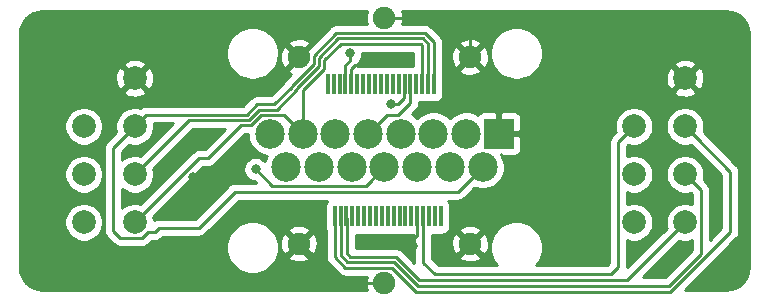
<source format=gbl>
G04 #@! TF.GenerationSoftware,KiCad,Pcbnew,(5.1.0)-1*
G04 #@! TF.CreationDate,2019-08-21T11:10:32-04:00*
G04 #@! TF.ProjectId,Famicom Expansion to NES Controller,46616d69-636f-46d2-9045-7870616e7369,rev?*
G04 #@! TF.SameCoordinates,Original*
G04 #@! TF.FileFunction,Copper,L2,Bot*
G04 #@! TF.FilePolarity,Positive*
%FSLAX46Y46*%
G04 Gerber Fmt 4.6, Leading zero omitted, Abs format (unit mm)*
G04 Created by KiCad (PCBNEW (5.1.0)-1) date 2019-08-21 11:10:32*
%MOMM*%
%LPD*%
G04 APERTURE LIST*
%ADD10C,1.900000*%
%ADD11R,0.300000X1.800000*%
%ADD12R,2.500000X2.500000*%
%ADD13C,2.500000*%
%ADD14C,2.000000*%
%ADD15C,0.800000*%
%ADD16C,0.250000*%
%ADD17C,0.254000*%
G04 APERTURE END LIST*
D10*
X162250000Y-70400000D03*
X147750000Y-70400000D03*
X155000000Y-73700000D03*
D11*
X159790000Y-68100000D03*
X159290000Y-68100000D03*
X158790000Y-68100000D03*
X158290000Y-68100000D03*
X157790000Y-68100000D03*
X157290000Y-68100000D03*
X156790000Y-68100000D03*
X156290000Y-68100000D03*
X155790000Y-68100000D03*
X155290000Y-68100000D03*
X154790000Y-68100000D03*
X154290000Y-68100000D03*
X153790000Y-68100000D03*
X153290000Y-68100000D03*
X152790000Y-68100000D03*
X152290000Y-68100000D03*
X151790000Y-68100000D03*
X151290000Y-68100000D03*
X150790000Y-68100000D03*
X159210000Y-56900000D03*
X158710000Y-56900000D03*
X158210000Y-56900000D03*
X157710000Y-56900000D03*
X157210000Y-56900000D03*
X156710000Y-56900000D03*
X156210000Y-56900000D03*
X155710000Y-56900000D03*
X155210000Y-56900000D03*
X154710000Y-56900000D03*
X154210000Y-56900000D03*
X153710000Y-56900000D03*
X153210000Y-56900000D03*
X152710000Y-56900000D03*
X152210000Y-56900000D03*
X151710000Y-56900000D03*
X151210000Y-56900000D03*
X150710000Y-56900000D03*
X150210000Y-56900000D03*
D10*
X155000000Y-51300000D03*
X162250000Y-54600000D03*
X147750000Y-54600000D03*
D12*
X164695000Y-61080000D03*
D13*
X161925000Y-61080000D03*
X159155000Y-61080000D03*
X156385000Y-61080000D03*
X153615000Y-61080000D03*
X150845000Y-61080000D03*
X148075000Y-61080000D03*
X145305000Y-61080000D03*
X163310000Y-63920000D03*
X160540000Y-63920000D03*
X157770000Y-63920000D03*
X155000000Y-63920000D03*
X152230000Y-63920000D03*
X149460000Y-63920000D03*
X146690000Y-63920000D03*
D14*
X176141000Y-60468000D03*
X176141000Y-64532000D03*
X176141000Y-68596000D03*
X180459000Y-68596000D03*
X180459000Y-64532000D03*
X180459000Y-60468000D03*
X180459000Y-56404000D03*
X129541000Y-60468000D03*
X129541000Y-64532000D03*
X129541000Y-68596000D03*
X133859000Y-68596000D03*
X133859000Y-64532000D03*
X133859000Y-60468000D03*
X133859000Y-56404000D03*
D15*
X128200000Y-62500000D03*
X157400000Y-70600000D03*
X138800000Y-64800000D03*
X141900000Y-64400000D03*
X154900000Y-54800000D03*
X138800000Y-68000000D03*
X136700000Y-64100000D03*
X139500000Y-61100000D03*
X136000000Y-60500000D03*
X178700000Y-72400000D03*
X155600000Y-58600000D03*
X144100000Y-64100000D03*
X152100000Y-54300000D03*
D16*
X150760000Y-73700000D02*
X147460000Y-70400000D01*
X154710000Y-73700000D02*
X150760000Y-73700000D01*
X157400000Y-70100000D02*
X157400000Y-70600000D01*
X157800000Y-69700000D02*
X157400000Y-70100000D01*
X157790000Y-69690000D02*
X157800000Y-69700000D01*
X157790000Y-68100000D02*
X157790000Y-69690000D01*
X154334315Y-54800000D02*
X154900000Y-54800000D01*
X153551410Y-54800000D02*
X154334315Y-54800000D01*
X152500000Y-55300000D02*
X153051410Y-55300000D01*
X153051410Y-55300000D02*
X153551410Y-54800000D01*
X152210000Y-55590000D02*
X152500000Y-55300000D01*
X152210000Y-56900000D02*
X152210000Y-55590000D01*
X156633502Y-51300000D02*
X155290000Y-51300000D01*
X160583502Y-51300000D02*
X156633502Y-51300000D01*
X162250000Y-52966498D02*
X160583502Y-51300000D01*
X162540000Y-54600000D02*
X162250000Y-54310000D01*
X162250000Y-54310000D02*
X162250000Y-52966498D01*
X156700000Y-58065685D02*
X156165685Y-58600000D01*
X156700000Y-56900000D02*
X156700000Y-58065685D01*
X156165685Y-58600000D02*
X155600000Y-58600000D01*
X154864999Y-59830001D02*
X153615000Y-61080000D01*
X155190001Y-59504999D02*
X154864999Y-59830001D01*
X156195001Y-59504999D02*
X155190001Y-59504999D01*
X157210000Y-56900000D02*
X157210000Y-58490000D01*
X157210000Y-58490000D02*
X156195001Y-59504999D01*
X139300000Y-63155000D02*
X134858999Y-67596001D01*
X143729999Y-60368023D02*
X142886978Y-60368023D01*
X158075023Y-53475023D02*
X151297797Y-53475023D01*
X149925023Y-54847797D02*
X149925023Y-55584801D01*
X144593023Y-59504999D02*
X143729999Y-60368023D01*
X151297797Y-53475023D02*
X149925023Y-54847797D01*
X148075000Y-59312234D02*
X148075000Y-61080000D01*
X142886978Y-60368023D02*
X140100000Y-63155000D01*
X158200000Y-53600000D02*
X158075023Y-53475023D01*
X134858999Y-67596001D02*
X133859000Y-68596000D01*
X149925023Y-55584801D02*
X148075000Y-57434824D01*
X148075000Y-61080000D02*
X146499999Y-59504999D01*
X148075000Y-57434824D02*
X148075000Y-59312234D01*
X158200000Y-57000000D02*
X158200000Y-53600000D01*
X140100000Y-63155000D02*
X139300000Y-63155000D01*
X146499999Y-59504999D02*
X144593023Y-59504999D01*
X132033999Y-69333999D02*
X132033999Y-62293001D01*
X132621001Y-69921001D02*
X132033999Y-69333999D01*
X134495001Y-69921001D02*
X132621001Y-69921001D01*
X135016002Y-69400000D02*
X134495001Y-69921001D01*
X161230000Y-66000000D02*
X142336410Y-66000000D01*
X163310000Y-63920000D02*
X161230000Y-66000000D01*
X132359001Y-61967999D02*
X133859000Y-60468000D01*
X142336410Y-66000000D02*
X139290400Y-69046010D01*
X132033999Y-62293001D02*
X132359001Y-61967999D01*
X139290400Y-69046010D02*
X135953990Y-69046010D01*
X135953990Y-69046010D02*
X135600000Y-69400000D01*
X135600000Y-69400000D02*
X135016002Y-69400000D01*
X143357201Y-59468001D02*
X134858999Y-59468001D01*
X144220221Y-58604981D02*
X143357201Y-59468001D01*
X145695021Y-58604980D02*
X144220221Y-58604981D01*
X147174980Y-57062023D02*
X147174980Y-57125022D01*
X149025002Y-55212002D02*
X147174980Y-57062023D01*
X149025002Y-54474997D02*
X149025002Y-55212002D01*
X154387996Y-52575004D02*
X150924995Y-52575005D01*
X150924995Y-52575005D02*
X149025002Y-54474997D01*
X159210000Y-56900000D02*
X159210000Y-53510000D01*
X147174980Y-57125022D02*
X145695021Y-58604980D01*
X159200000Y-53500000D02*
X159200000Y-53327178D01*
X134858999Y-59468001D02*
X133859000Y-60468000D01*
X159200000Y-53327178D02*
X158447823Y-52575001D01*
X159210000Y-53510000D02*
X159200000Y-53500000D01*
X158447823Y-52575001D02*
X154387999Y-52575001D01*
X154387999Y-52575001D02*
X154387996Y-52575004D01*
X153750001Y-65169999D02*
X155000000Y-63920000D01*
X153424999Y-65495001D02*
X153750001Y-65169999D01*
X145495001Y-65495001D02*
X153424999Y-65495001D01*
X144100000Y-64100000D02*
X145495001Y-65495001D01*
X138472988Y-59918012D02*
X134858999Y-63532001D01*
X149475013Y-55398401D02*
X147624991Y-57248423D01*
X147624991Y-57248423D02*
X147624991Y-57311421D01*
X158261423Y-53025012D02*
X151111396Y-53025014D01*
X144406622Y-59054990D02*
X143543600Y-59918012D01*
X147624991Y-57311421D02*
X145881422Y-59054989D01*
X143543600Y-59918012D02*
X138472988Y-59918012D01*
X151111396Y-53025014D02*
X149475013Y-54661397D01*
X158710000Y-53473589D02*
X158261423Y-53025012D01*
X158710000Y-56900000D02*
X158710000Y-53473589D01*
X134858999Y-63532001D02*
X133859000Y-64532000D01*
X145881422Y-59054989D02*
X144406622Y-59054990D01*
X149475013Y-54661397D02*
X149475013Y-55398401D01*
X181784001Y-65857001D02*
X181458999Y-65531999D01*
X151300000Y-71400000D02*
X151874988Y-71974988D01*
X181458999Y-65531999D02*
X180459000Y-64532000D01*
X181784001Y-71279589D02*
X181784001Y-65857001D01*
X151300000Y-68100000D02*
X151300000Y-71400000D01*
X151874988Y-71974988D02*
X155798401Y-71974988D01*
X155798401Y-71974988D02*
X157823413Y-74000000D01*
X157823413Y-74000000D02*
X179063590Y-74000000D01*
X179063590Y-74000000D02*
X181784001Y-71279589D01*
X151800000Y-71200000D02*
X151800000Y-68200000D01*
X152124977Y-71524977D02*
X151800000Y-71200000D01*
X155984801Y-71524977D02*
X152124977Y-71524977D01*
X157959824Y-73500000D02*
X155984801Y-71524977D01*
X180459000Y-68596000D02*
X175555000Y-73500000D01*
X175555000Y-73500000D02*
X157959824Y-73500000D01*
X181458999Y-61467999D02*
X180459000Y-60468000D01*
X184300000Y-64309000D02*
X181458999Y-61467999D01*
X184300000Y-69400000D02*
X184300000Y-64309000D01*
X150800000Y-71536411D02*
X151688588Y-72424999D01*
X150800000Y-68100000D02*
X150800000Y-71536411D01*
X151688588Y-72424999D02*
X155612001Y-72424999D01*
X155612001Y-72424999D02*
X157687002Y-74500000D01*
X157687002Y-74500000D02*
X179200000Y-74500000D01*
X179200000Y-74500000D02*
X184300000Y-69400000D01*
X152100000Y-54900000D02*
X151700000Y-55300000D01*
X152100000Y-54300000D02*
X152100000Y-54900000D01*
X151710000Y-55310000D02*
X151700000Y-55300000D01*
X151710000Y-56900000D02*
X151710000Y-55310000D01*
X174815999Y-61793001D02*
X176141000Y-60468000D01*
X174815999Y-72384001D02*
X174815999Y-61793001D01*
X174200000Y-73000000D02*
X174815999Y-72384001D01*
X159300000Y-73000000D02*
X174200000Y-73000000D01*
X158300000Y-68100000D02*
X158300000Y-72000000D01*
X158300000Y-72000000D02*
X159300000Y-73000000D01*
D17*
G36*
X184349545Y-50748909D02*
G01*
X184700208Y-50854780D01*
X185023625Y-51026744D01*
X185307484Y-51258254D01*
X185540965Y-51540486D01*
X185715183Y-51862695D01*
X185823502Y-52212614D01*
X185865000Y-52607443D01*
X185865001Y-72377711D01*
X185826091Y-72774545D01*
X185720220Y-73125206D01*
X185548257Y-73448623D01*
X185316748Y-73732482D01*
X185034514Y-73965965D01*
X184712304Y-74140184D01*
X184362385Y-74248502D01*
X183967557Y-74290000D01*
X180484801Y-74290000D01*
X184811004Y-69963798D01*
X184840001Y-69940001D01*
X184934974Y-69824276D01*
X185005546Y-69692247D01*
X185049003Y-69548986D01*
X185060000Y-69437333D01*
X185060000Y-69437324D01*
X185063676Y-69400001D01*
X185060000Y-69362678D01*
X185060000Y-64346322D01*
X185063676Y-64308999D01*
X185060000Y-64271676D01*
X185060000Y-64271667D01*
X185049003Y-64160014D01*
X185005546Y-64016753D01*
X184973221Y-63956278D01*
X184934974Y-63884723D01*
X184863799Y-63797997D01*
X184840001Y-63768999D01*
X184811003Y-63745201D01*
X182025177Y-60959376D01*
X182031168Y-60944912D01*
X182094000Y-60629033D01*
X182094000Y-60306967D01*
X182031168Y-59991088D01*
X181907918Y-59693537D01*
X181728987Y-59425748D01*
X181501252Y-59198013D01*
X181233463Y-59019082D01*
X180935912Y-58895832D01*
X180620033Y-58833000D01*
X180297967Y-58833000D01*
X179982088Y-58895832D01*
X179684537Y-59019082D01*
X179416748Y-59198013D01*
X179189013Y-59425748D01*
X179010082Y-59693537D01*
X178886832Y-59991088D01*
X178824000Y-60306967D01*
X178824000Y-60629033D01*
X178886832Y-60944912D01*
X179010082Y-61242463D01*
X179189013Y-61510252D01*
X179416748Y-61737987D01*
X179684537Y-61916918D01*
X179982088Y-62040168D01*
X180297967Y-62103000D01*
X180620033Y-62103000D01*
X180935912Y-62040168D01*
X180950376Y-62034177D01*
X183540001Y-64623803D01*
X183540000Y-69085198D01*
X182544001Y-70081197D01*
X182544001Y-65894323D01*
X182547677Y-65857000D01*
X182544001Y-65819677D01*
X182544001Y-65819668D01*
X182533004Y-65708015D01*
X182489547Y-65564754D01*
X182418975Y-65432725D01*
X182324002Y-65317000D01*
X182294998Y-65293197D01*
X182025177Y-65023376D01*
X182031168Y-65008912D01*
X182094000Y-64693033D01*
X182094000Y-64370967D01*
X182031168Y-64055088D01*
X181907918Y-63757537D01*
X181728987Y-63489748D01*
X181501252Y-63262013D01*
X181233463Y-63083082D01*
X180935912Y-62959832D01*
X180620033Y-62897000D01*
X180297967Y-62897000D01*
X179982088Y-62959832D01*
X179684537Y-63083082D01*
X179416748Y-63262013D01*
X179189013Y-63489748D01*
X179010082Y-63757537D01*
X178886832Y-64055088D01*
X178824000Y-64370967D01*
X178824000Y-64693033D01*
X178886832Y-65008912D01*
X179010082Y-65306463D01*
X179189013Y-65574252D01*
X179416748Y-65801987D01*
X179684537Y-65980918D01*
X179982088Y-66104168D01*
X180297967Y-66167000D01*
X180620033Y-66167000D01*
X180935912Y-66104168D01*
X180950376Y-66098177D01*
X181024002Y-66171803D01*
X181024002Y-67060320D01*
X180935912Y-67023832D01*
X180620033Y-66961000D01*
X180297967Y-66961000D01*
X179982088Y-67023832D01*
X179684537Y-67147082D01*
X179416748Y-67326013D01*
X179189013Y-67553748D01*
X179010082Y-67821537D01*
X178886832Y-68119088D01*
X178824000Y-68434967D01*
X178824000Y-68757033D01*
X178886832Y-69072912D01*
X178892823Y-69087375D01*
X175577870Y-72402329D01*
X175579675Y-72384002D01*
X175575999Y-72346679D01*
X175575999Y-70131680D01*
X175664088Y-70168168D01*
X175979967Y-70231000D01*
X176302033Y-70231000D01*
X176617912Y-70168168D01*
X176915463Y-70044918D01*
X177183252Y-69865987D01*
X177410987Y-69638252D01*
X177589918Y-69370463D01*
X177713168Y-69072912D01*
X177776000Y-68757033D01*
X177776000Y-68434967D01*
X177713168Y-68119088D01*
X177589918Y-67821537D01*
X177410987Y-67553748D01*
X177183252Y-67326013D01*
X176915463Y-67147082D01*
X176617912Y-67023832D01*
X176302033Y-66961000D01*
X175979967Y-66961000D01*
X175664088Y-67023832D01*
X175575999Y-67060320D01*
X175575999Y-66067680D01*
X175664088Y-66104168D01*
X175979967Y-66167000D01*
X176302033Y-66167000D01*
X176617912Y-66104168D01*
X176915463Y-65980918D01*
X177183252Y-65801987D01*
X177410987Y-65574252D01*
X177589918Y-65306463D01*
X177713168Y-65008912D01*
X177776000Y-64693033D01*
X177776000Y-64370967D01*
X177713168Y-64055088D01*
X177589918Y-63757537D01*
X177410987Y-63489748D01*
X177183252Y-63262013D01*
X176915463Y-63083082D01*
X176617912Y-62959832D01*
X176302033Y-62897000D01*
X175979967Y-62897000D01*
X175664088Y-62959832D01*
X175575999Y-62996320D01*
X175575999Y-62107802D01*
X175649624Y-62034177D01*
X175664088Y-62040168D01*
X175979967Y-62103000D01*
X176302033Y-62103000D01*
X176617912Y-62040168D01*
X176915463Y-61916918D01*
X177183252Y-61737987D01*
X177410987Y-61510252D01*
X177589918Y-61242463D01*
X177713168Y-60944912D01*
X177776000Y-60629033D01*
X177776000Y-60306967D01*
X177713168Y-59991088D01*
X177589918Y-59693537D01*
X177410987Y-59425748D01*
X177183252Y-59198013D01*
X176915463Y-59019082D01*
X176617912Y-58895832D01*
X176302033Y-58833000D01*
X175979967Y-58833000D01*
X175664088Y-58895832D01*
X175366537Y-59019082D01*
X175098748Y-59198013D01*
X174871013Y-59425748D01*
X174692082Y-59693537D01*
X174568832Y-59991088D01*
X174506000Y-60306967D01*
X174506000Y-60629033D01*
X174568832Y-60944912D01*
X174574823Y-60959376D01*
X174304997Y-61229202D01*
X174275999Y-61253000D01*
X174252201Y-61281998D01*
X174252200Y-61281999D01*
X174181025Y-61368725D01*
X174110453Y-61500755D01*
X174097419Y-61543724D01*
X174066997Y-61644015D01*
X174056263Y-61753000D01*
X174052323Y-61793001D01*
X174056000Y-61830333D01*
X174055999Y-72069199D01*
X173885199Y-72240000D01*
X167817317Y-72240000D01*
X167902588Y-72154729D01*
X168147181Y-71788669D01*
X168315660Y-71381925D01*
X168401550Y-70950128D01*
X168401550Y-70509872D01*
X168315660Y-70078075D01*
X168147181Y-69671331D01*
X167902588Y-69305271D01*
X167591279Y-68993962D01*
X167225219Y-68749369D01*
X166818475Y-68580890D01*
X166386678Y-68495000D01*
X165946422Y-68495000D01*
X165514625Y-68580890D01*
X165107881Y-68749369D01*
X164741821Y-68993962D01*
X164430512Y-69305271D01*
X164185919Y-69671331D01*
X164017440Y-70078075D01*
X163931550Y-70509872D01*
X163931550Y-70950128D01*
X164017440Y-71381925D01*
X164185919Y-71788669D01*
X164430512Y-72154729D01*
X164515783Y-72240000D01*
X159614802Y-72240000D01*
X159060000Y-71685199D01*
X159060000Y-71499752D01*
X161329853Y-71499752D01*
X161419579Y-71759042D01*
X161700671Y-71894935D01*
X162002873Y-71973379D01*
X162314573Y-71991359D01*
X162623791Y-71948184D01*
X162918644Y-71845513D01*
X163080421Y-71759042D01*
X163170147Y-71499752D01*
X162250000Y-70579605D01*
X161329853Y-71499752D01*
X159060000Y-71499752D01*
X159060000Y-70464573D01*
X160658641Y-70464573D01*
X160701816Y-70773791D01*
X160804487Y-71068644D01*
X160890958Y-71230421D01*
X161150248Y-71320147D01*
X162070395Y-70400000D01*
X162429605Y-70400000D01*
X163349752Y-71320147D01*
X163609042Y-71230421D01*
X163744935Y-70949329D01*
X163823379Y-70647127D01*
X163841359Y-70335427D01*
X163798184Y-70026209D01*
X163695513Y-69731356D01*
X163609042Y-69569579D01*
X163349752Y-69479853D01*
X162429605Y-70400000D01*
X162070395Y-70400000D01*
X161150248Y-69479853D01*
X160890958Y-69569579D01*
X160755065Y-69850671D01*
X160676621Y-70152873D01*
X160658641Y-70464573D01*
X159060000Y-70464573D01*
X159060000Y-69630193D01*
X159140000Y-69638072D01*
X159440000Y-69638072D01*
X159540000Y-69628223D01*
X159640000Y-69638072D01*
X159940000Y-69638072D01*
X160064482Y-69625812D01*
X160184180Y-69589502D01*
X160294494Y-69530537D01*
X160391185Y-69451185D01*
X160470537Y-69354494D01*
X160499532Y-69300248D01*
X161329853Y-69300248D01*
X162250000Y-70220395D01*
X163170147Y-69300248D01*
X163080421Y-69040958D01*
X162799329Y-68905065D01*
X162497127Y-68826621D01*
X162185427Y-68808641D01*
X161876209Y-68851816D01*
X161581356Y-68954487D01*
X161419579Y-69040958D01*
X161329853Y-69300248D01*
X160499532Y-69300248D01*
X160529502Y-69244180D01*
X160565812Y-69124482D01*
X160578072Y-69000000D01*
X160578072Y-67200000D01*
X160565812Y-67075518D01*
X160529502Y-66955820D01*
X160470537Y-66845506D01*
X160400364Y-66760000D01*
X161192678Y-66760000D01*
X161230000Y-66763676D01*
X161267322Y-66760000D01*
X161267333Y-66760000D01*
X161378986Y-66749003D01*
X161522247Y-66705546D01*
X161654276Y-66634974D01*
X161770001Y-66540001D01*
X161793804Y-66510997D01*
X162627283Y-65677519D01*
X162760166Y-65732561D01*
X163124344Y-65805000D01*
X163495656Y-65805000D01*
X163859834Y-65732561D01*
X164202882Y-65590466D01*
X164511618Y-65384175D01*
X164774175Y-65121618D01*
X164980466Y-64812882D01*
X165122561Y-64469834D01*
X165195000Y-64105656D01*
X165195000Y-63734344D01*
X165122561Y-63370166D01*
X164980466Y-63027118D01*
X164854809Y-62839059D01*
X164980750Y-62965000D01*
X165945000Y-62968072D01*
X166069482Y-62955812D01*
X166189180Y-62919502D01*
X166299494Y-62860537D01*
X166396185Y-62781185D01*
X166475537Y-62684494D01*
X166534502Y-62574180D01*
X166570812Y-62454482D01*
X166583072Y-62330000D01*
X166580000Y-61365750D01*
X166421250Y-61207000D01*
X164822000Y-61207000D01*
X164822000Y-61227000D01*
X164568000Y-61227000D01*
X164568000Y-61207000D01*
X164548000Y-61207000D01*
X164548000Y-60953000D01*
X164568000Y-60953000D01*
X164568000Y-59353750D01*
X164822000Y-59353750D01*
X164822000Y-60953000D01*
X166421250Y-60953000D01*
X166580000Y-60794250D01*
X166583072Y-59830000D01*
X166570812Y-59705518D01*
X166534502Y-59585820D01*
X166475537Y-59475506D01*
X166396185Y-59378815D01*
X166299494Y-59299463D01*
X166189180Y-59240498D01*
X166069482Y-59204188D01*
X165945000Y-59191928D01*
X164980750Y-59195000D01*
X164822000Y-59353750D01*
X164568000Y-59353750D01*
X164409250Y-59195000D01*
X163445000Y-59191928D01*
X163320518Y-59204188D01*
X163200820Y-59240498D01*
X163090506Y-59299463D01*
X162993815Y-59378815D01*
X162915225Y-59474577D01*
X162817882Y-59409534D01*
X162474834Y-59267439D01*
X162110656Y-59195000D01*
X161739344Y-59195000D01*
X161375166Y-59267439D01*
X161032118Y-59409534D01*
X160723382Y-59615825D01*
X160540000Y-59799207D01*
X160356618Y-59615825D01*
X160047882Y-59409534D01*
X159704834Y-59267439D01*
X159340656Y-59195000D01*
X158969344Y-59195000D01*
X158605166Y-59267439D01*
X158262118Y-59409534D01*
X157953382Y-59615825D01*
X157770000Y-59799207D01*
X157586618Y-59615825D01*
X157330266Y-59444536D01*
X157721003Y-59053799D01*
X157750001Y-59030001D01*
X157844974Y-58914276D01*
X157915546Y-58782247D01*
X157959003Y-58638986D01*
X157970000Y-58527333D01*
X157970000Y-58527324D01*
X157973676Y-58490001D01*
X157970000Y-58452678D01*
X157970000Y-58429208D01*
X158060000Y-58438072D01*
X158360000Y-58438072D01*
X158460000Y-58428223D01*
X158560000Y-58438072D01*
X158860000Y-58438072D01*
X158960000Y-58428223D01*
X159060000Y-58438072D01*
X159360000Y-58438072D01*
X159484482Y-58425812D01*
X159604180Y-58389502D01*
X159714494Y-58330537D01*
X159811185Y-58251185D01*
X159890537Y-58154494D01*
X159949502Y-58044180D01*
X159985812Y-57924482D01*
X159998072Y-57800000D01*
X159998072Y-57539413D01*
X179503192Y-57539413D01*
X179598956Y-57803814D01*
X179888571Y-57944704D01*
X180200108Y-58026384D01*
X180521595Y-58045718D01*
X180840675Y-58001961D01*
X181145088Y-57896795D01*
X181319044Y-57803814D01*
X181414808Y-57539413D01*
X180459000Y-56583605D01*
X179503192Y-57539413D01*
X159998072Y-57539413D01*
X159998072Y-56000000D01*
X159985812Y-55875518D01*
X159970000Y-55823393D01*
X159970000Y-55699752D01*
X161329853Y-55699752D01*
X161419579Y-55959042D01*
X161700671Y-56094935D01*
X162002873Y-56173379D01*
X162314573Y-56191359D01*
X162623791Y-56148184D01*
X162918644Y-56045513D01*
X163080421Y-55959042D01*
X163170147Y-55699752D01*
X162250000Y-54779605D01*
X161329853Y-55699752D01*
X159970000Y-55699752D01*
X159970000Y-54664573D01*
X160658641Y-54664573D01*
X160701816Y-54973791D01*
X160804487Y-55268644D01*
X160890958Y-55430421D01*
X161150248Y-55520147D01*
X162070395Y-54600000D01*
X162429605Y-54600000D01*
X163349752Y-55520147D01*
X163609042Y-55430421D01*
X163744935Y-55149329D01*
X163823379Y-54847127D01*
X163841359Y-54535427D01*
X163798184Y-54226209D01*
X163736782Y-54049872D01*
X163931550Y-54049872D01*
X163931550Y-54490128D01*
X164017440Y-54921925D01*
X164185919Y-55328669D01*
X164430512Y-55694729D01*
X164741821Y-56006038D01*
X165107881Y-56250631D01*
X165514625Y-56419110D01*
X165946422Y-56505000D01*
X166386678Y-56505000D01*
X166579752Y-56466595D01*
X178817282Y-56466595D01*
X178861039Y-56785675D01*
X178966205Y-57090088D01*
X179059186Y-57264044D01*
X179323587Y-57359808D01*
X180279395Y-56404000D01*
X180638605Y-56404000D01*
X181594413Y-57359808D01*
X181858814Y-57264044D01*
X181999704Y-56974429D01*
X182081384Y-56662892D01*
X182100718Y-56341405D01*
X182056961Y-56022325D01*
X181951795Y-55717912D01*
X181858814Y-55543956D01*
X181594413Y-55448192D01*
X180638605Y-56404000D01*
X180279395Y-56404000D01*
X179323587Y-55448192D01*
X179059186Y-55543956D01*
X178918296Y-55833571D01*
X178836616Y-56145108D01*
X178817282Y-56466595D01*
X166579752Y-56466595D01*
X166818475Y-56419110D01*
X167225219Y-56250631D01*
X167591279Y-56006038D01*
X167902588Y-55694729D01*
X168147181Y-55328669D01*
X168172067Y-55268587D01*
X179503192Y-55268587D01*
X180459000Y-56224395D01*
X181414808Y-55268587D01*
X181319044Y-55004186D01*
X181029429Y-54863296D01*
X180717892Y-54781616D01*
X180396405Y-54762282D01*
X180077325Y-54806039D01*
X179772912Y-54911205D01*
X179598956Y-55004186D01*
X179503192Y-55268587D01*
X168172067Y-55268587D01*
X168315660Y-54921925D01*
X168401550Y-54490128D01*
X168401550Y-54049872D01*
X168315660Y-53618075D01*
X168147181Y-53211331D01*
X167902588Y-52845271D01*
X167591279Y-52533962D01*
X167225219Y-52289369D01*
X166818475Y-52120890D01*
X166386678Y-52035000D01*
X165946422Y-52035000D01*
X165514625Y-52120890D01*
X165107881Y-52289369D01*
X164741821Y-52533962D01*
X164430512Y-52845271D01*
X164185919Y-53211331D01*
X164017440Y-53618075D01*
X163931550Y-54049872D01*
X163736782Y-54049872D01*
X163695513Y-53931356D01*
X163609042Y-53769579D01*
X163349752Y-53679853D01*
X162429605Y-54600000D01*
X162070395Y-54600000D01*
X161150248Y-53679853D01*
X160890958Y-53769579D01*
X160755065Y-54050671D01*
X160676621Y-54352873D01*
X160658641Y-54664573D01*
X159970000Y-54664573D01*
X159970000Y-53547322D01*
X159973676Y-53509999D01*
X159972716Y-53500248D01*
X161329853Y-53500248D01*
X162250000Y-54420395D01*
X163170147Y-53500248D01*
X163080421Y-53240958D01*
X162799329Y-53105065D01*
X162497127Y-53026621D01*
X162185427Y-53008641D01*
X161876209Y-53051816D01*
X161581356Y-53154487D01*
X161419579Y-53240958D01*
X161329853Y-53500248D01*
X159972716Y-53500248D01*
X159970000Y-53472677D01*
X159970000Y-53472667D01*
X159960000Y-53371137D01*
X159960000Y-53364501D01*
X159963676Y-53327178D01*
X159960000Y-53289855D01*
X159960000Y-53289846D01*
X159949003Y-53178193D01*
X159910668Y-53051816D01*
X159905546Y-53034931D01*
X159834974Y-52902901D01*
X159763799Y-52816175D01*
X159740001Y-52787177D01*
X159711002Y-52763379D01*
X159011625Y-52064002D01*
X158987824Y-52035000D01*
X158872099Y-51940027D01*
X158740070Y-51869455D01*
X158596809Y-51825998D01*
X158485156Y-51815001D01*
X158485145Y-51815001D01*
X158447823Y-51811325D01*
X158410501Y-51815001D01*
X156503846Y-51815001D01*
X156573379Y-51547127D01*
X156591359Y-51235427D01*
X156548184Y-50926209D01*
X156472898Y-50710000D01*
X183952721Y-50710000D01*
X184349545Y-50748909D01*
X184349545Y-50748909D01*
G37*
X184349545Y-50748909D02*
X184700208Y-50854780D01*
X185023625Y-51026744D01*
X185307484Y-51258254D01*
X185540965Y-51540486D01*
X185715183Y-51862695D01*
X185823502Y-52212614D01*
X185865000Y-52607443D01*
X185865001Y-72377711D01*
X185826091Y-72774545D01*
X185720220Y-73125206D01*
X185548257Y-73448623D01*
X185316748Y-73732482D01*
X185034514Y-73965965D01*
X184712304Y-74140184D01*
X184362385Y-74248502D01*
X183967557Y-74290000D01*
X180484801Y-74290000D01*
X184811004Y-69963798D01*
X184840001Y-69940001D01*
X184934974Y-69824276D01*
X185005546Y-69692247D01*
X185049003Y-69548986D01*
X185060000Y-69437333D01*
X185060000Y-69437324D01*
X185063676Y-69400001D01*
X185060000Y-69362678D01*
X185060000Y-64346322D01*
X185063676Y-64308999D01*
X185060000Y-64271676D01*
X185060000Y-64271667D01*
X185049003Y-64160014D01*
X185005546Y-64016753D01*
X184973221Y-63956278D01*
X184934974Y-63884723D01*
X184863799Y-63797997D01*
X184840001Y-63768999D01*
X184811003Y-63745201D01*
X182025177Y-60959376D01*
X182031168Y-60944912D01*
X182094000Y-60629033D01*
X182094000Y-60306967D01*
X182031168Y-59991088D01*
X181907918Y-59693537D01*
X181728987Y-59425748D01*
X181501252Y-59198013D01*
X181233463Y-59019082D01*
X180935912Y-58895832D01*
X180620033Y-58833000D01*
X180297967Y-58833000D01*
X179982088Y-58895832D01*
X179684537Y-59019082D01*
X179416748Y-59198013D01*
X179189013Y-59425748D01*
X179010082Y-59693537D01*
X178886832Y-59991088D01*
X178824000Y-60306967D01*
X178824000Y-60629033D01*
X178886832Y-60944912D01*
X179010082Y-61242463D01*
X179189013Y-61510252D01*
X179416748Y-61737987D01*
X179684537Y-61916918D01*
X179982088Y-62040168D01*
X180297967Y-62103000D01*
X180620033Y-62103000D01*
X180935912Y-62040168D01*
X180950376Y-62034177D01*
X183540001Y-64623803D01*
X183540000Y-69085198D01*
X182544001Y-70081197D01*
X182544001Y-65894323D01*
X182547677Y-65857000D01*
X182544001Y-65819677D01*
X182544001Y-65819668D01*
X182533004Y-65708015D01*
X182489547Y-65564754D01*
X182418975Y-65432725D01*
X182324002Y-65317000D01*
X182294998Y-65293197D01*
X182025177Y-65023376D01*
X182031168Y-65008912D01*
X182094000Y-64693033D01*
X182094000Y-64370967D01*
X182031168Y-64055088D01*
X181907918Y-63757537D01*
X181728987Y-63489748D01*
X181501252Y-63262013D01*
X181233463Y-63083082D01*
X180935912Y-62959832D01*
X180620033Y-62897000D01*
X180297967Y-62897000D01*
X179982088Y-62959832D01*
X179684537Y-63083082D01*
X179416748Y-63262013D01*
X179189013Y-63489748D01*
X179010082Y-63757537D01*
X178886832Y-64055088D01*
X178824000Y-64370967D01*
X178824000Y-64693033D01*
X178886832Y-65008912D01*
X179010082Y-65306463D01*
X179189013Y-65574252D01*
X179416748Y-65801987D01*
X179684537Y-65980918D01*
X179982088Y-66104168D01*
X180297967Y-66167000D01*
X180620033Y-66167000D01*
X180935912Y-66104168D01*
X180950376Y-66098177D01*
X181024002Y-66171803D01*
X181024002Y-67060320D01*
X180935912Y-67023832D01*
X180620033Y-66961000D01*
X180297967Y-66961000D01*
X179982088Y-67023832D01*
X179684537Y-67147082D01*
X179416748Y-67326013D01*
X179189013Y-67553748D01*
X179010082Y-67821537D01*
X178886832Y-68119088D01*
X178824000Y-68434967D01*
X178824000Y-68757033D01*
X178886832Y-69072912D01*
X178892823Y-69087375D01*
X175577870Y-72402329D01*
X175579675Y-72384002D01*
X175575999Y-72346679D01*
X175575999Y-70131680D01*
X175664088Y-70168168D01*
X175979967Y-70231000D01*
X176302033Y-70231000D01*
X176617912Y-70168168D01*
X176915463Y-70044918D01*
X177183252Y-69865987D01*
X177410987Y-69638252D01*
X177589918Y-69370463D01*
X177713168Y-69072912D01*
X177776000Y-68757033D01*
X177776000Y-68434967D01*
X177713168Y-68119088D01*
X177589918Y-67821537D01*
X177410987Y-67553748D01*
X177183252Y-67326013D01*
X176915463Y-67147082D01*
X176617912Y-67023832D01*
X176302033Y-66961000D01*
X175979967Y-66961000D01*
X175664088Y-67023832D01*
X175575999Y-67060320D01*
X175575999Y-66067680D01*
X175664088Y-66104168D01*
X175979967Y-66167000D01*
X176302033Y-66167000D01*
X176617912Y-66104168D01*
X176915463Y-65980918D01*
X177183252Y-65801987D01*
X177410987Y-65574252D01*
X177589918Y-65306463D01*
X177713168Y-65008912D01*
X177776000Y-64693033D01*
X177776000Y-64370967D01*
X177713168Y-64055088D01*
X177589918Y-63757537D01*
X177410987Y-63489748D01*
X177183252Y-63262013D01*
X176915463Y-63083082D01*
X176617912Y-62959832D01*
X176302033Y-62897000D01*
X175979967Y-62897000D01*
X175664088Y-62959832D01*
X175575999Y-62996320D01*
X175575999Y-62107802D01*
X175649624Y-62034177D01*
X175664088Y-62040168D01*
X175979967Y-62103000D01*
X176302033Y-62103000D01*
X176617912Y-62040168D01*
X176915463Y-61916918D01*
X177183252Y-61737987D01*
X177410987Y-61510252D01*
X177589918Y-61242463D01*
X177713168Y-60944912D01*
X177776000Y-60629033D01*
X177776000Y-60306967D01*
X177713168Y-59991088D01*
X177589918Y-59693537D01*
X177410987Y-59425748D01*
X177183252Y-59198013D01*
X176915463Y-59019082D01*
X176617912Y-58895832D01*
X176302033Y-58833000D01*
X175979967Y-58833000D01*
X175664088Y-58895832D01*
X175366537Y-59019082D01*
X175098748Y-59198013D01*
X174871013Y-59425748D01*
X174692082Y-59693537D01*
X174568832Y-59991088D01*
X174506000Y-60306967D01*
X174506000Y-60629033D01*
X174568832Y-60944912D01*
X174574823Y-60959376D01*
X174304997Y-61229202D01*
X174275999Y-61253000D01*
X174252201Y-61281998D01*
X174252200Y-61281999D01*
X174181025Y-61368725D01*
X174110453Y-61500755D01*
X174097419Y-61543724D01*
X174066997Y-61644015D01*
X174056263Y-61753000D01*
X174052323Y-61793001D01*
X174056000Y-61830333D01*
X174055999Y-72069199D01*
X173885199Y-72240000D01*
X167817317Y-72240000D01*
X167902588Y-72154729D01*
X168147181Y-71788669D01*
X168315660Y-71381925D01*
X168401550Y-70950128D01*
X168401550Y-70509872D01*
X168315660Y-70078075D01*
X168147181Y-69671331D01*
X167902588Y-69305271D01*
X167591279Y-68993962D01*
X167225219Y-68749369D01*
X166818475Y-68580890D01*
X166386678Y-68495000D01*
X165946422Y-68495000D01*
X165514625Y-68580890D01*
X165107881Y-68749369D01*
X164741821Y-68993962D01*
X164430512Y-69305271D01*
X164185919Y-69671331D01*
X164017440Y-70078075D01*
X163931550Y-70509872D01*
X163931550Y-70950128D01*
X164017440Y-71381925D01*
X164185919Y-71788669D01*
X164430512Y-72154729D01*
X164515783Y-72240000D01*
X159614802Y-72240000D01*
X159060000Y-71685199D01*
X159060000Y-71499752D01*
X161329853Y-71499752D01*
X161419579Y-71759042D01*
X161700671Y-71894935D01*
X162002873Y-71973379D01*
X162314573Y-71991359D01*
X162623791Y-71948184D01*
X162918644Y-71845513D01*
X163080421Y-71759042D01*
X163170147Y-71499752D01*
X162250000Y-70579605D01*
X161329853Y-71499752D01*
X159060000Y-71499752D01*
X159060000Y-70464573D01*
X160658641Y-70464573D01*
X160701816Y-70773791D01*
X160804487Y-71068644D01*
X160890958Y-71230421D01*
X161150248Y-71320147D01*
X162070395Y-70400000D01*
X162429605Y-70400000D01*
X163349752Y-71320147D01*
X163609042Y-71230421D01*
X163744935Y-70949329D01*
X163823379Y-70647127D01*
X163841359Y-70335427D01*
X163798184Y-70026209D01*
X163695513Y-69731356D01*
X163609042Y-69569579D01*
X163349752Y-69479853D01*
X162429605Y-70400000D01*
X162070395Y-70400000D01*
X161150248Y-69479853D01*
X160890958Y-69569579D01*
X160755065Y-69850671D01*
X160676621Y-70152873D01*
X160658641Y-70464573D01*
X159060000Y-70464573D01*
X159060000Y-69630193D01*
X159140000Y-69638072D01*
X159440000Y-69638072D01*
X159540000Y-69628223D01*
X159640000Y-69638072D01*
X159940000Y-69638072D01*
X160064482Y-69625812D01*
X160184180Y-69589502D01*
X160294494Y-69530537D01*
X160391185Y-69451185D01*
X160470537Y-69354494D01*
X160499532Y-69300248D01*
X161329853Y-69300248D01*
X162250000Y-70220395D01*
X163170147Y-69300248D01*
X163080421Y-69040958D01*
X162799329Y-68905065D01*
X162497127Y-68826621D01*
X162185427Y-68808641D01*
X161876209Y-68851816D01*
X161581356Y-68954487D01*
X161419579Y-69040958D01*
X161329853Y-69300248D01*
X160499532Y-69300248D01*
X160529502Y-69244180D01*
X160565812Y-69124482D01*
X160578072Y-69000000D01*
X160578072Y-67200000D01*
X160565812Y-67075518D01*
X160529502Y-66955820D01*
X160470537Y-66845506D01*
X160400364Y-66760000D01*
X161192678Y-66760000D01*
X161230000Y-66763676D01*
X161267322Y-66760000D01*
X161267333Y-66760000D01*
X161378986Y-66749003D01*
X161522247Y-66705546D01*
X161654276Y-66634974D01*
X161770001Y-66540001D01*
X161793804Y-66510997D01*
X162627283Y-65677519D01*
X162760166Y-65732561D01*
X163124344Y-65805000D01*
X163495656Y-65805000D01*
X163859834Y-65732561D01*
X164202882Y-65590466D01*
X164511618Y-65384175D01*
X164774175Y-65121618D01*
X164980466Y-64812882D01*
X165122561Y-64469834D01*
X165195000Y-64105656D01*
X165195000Y-63734344D01*
X165122561Y-63370166D01*
X164980466Y-63027118D01*
X164854809Y-62839059D01*
X164980750Y-62965000D01*
X165945000Y-62968072D01*
X166069482Y-62955812D01*
X166189180Y-62919502D01*
X166299494Y-62860537D01*
X166396185Y-62781185D01*
X166475537Y-62684494D01*
X166534502Y-62574180D01*
X166570812Y-62454482D01*
X166583072Y-62330000D01*
X166580000Y-61365750D01*
X166421250Y-61207000D01*
X164822000Y-61207000D01*
X164822000Y-61227000D01*
X164568000Y-61227000D01*
X164568000Y-61207000D01*
X164548000Y-61207000D01*
X164548000Y-60953000D01*
X164568000Y-60953000D01*
X164568000Y-59353750D01*
X164822000Y-59353750D01*
X164822000Y-60953000D01*
X166421250Y-60953000D01*
X166580000Y-60794250D01*
X166583072Y-59830000D01*
X166570812Y-59705518D01*
X166534502Y-59585820D01*
X166475537Y-59475506D01*
X166396185Y-59378815D01*
X166299494Y-59299463D01*
X166189180Y-59240498D01*
X166069482Y-59204188D01*
X165945000Y-59191928D01*
X164980750Y-59195000D01*
X164822000Y-59353750D01*
X164568000Y-59353750D01*
X164409250Y-59195000D01*
X163445000Y-59191928D01*
X163320518Y-59204188D01*
X163200820Y-59240498D01*
X163090506Y-59299463D01*
X162993815Y-59378815D01*
X162915225Y-59474577D01*
X162817882Y-59409534D01*
X162474834Y-59267439D01*
X162110656Y-59195000D01*
X161739344Y-59195000D01*
X161375166Y-59267439D01*
X161032118Y-59409534D01*
X160723382Y-59615825D01*
X160540000Y-59799207D01*
X160356618Y-59615825D01*
X160047882Y-59409534D01*
X159704834Y-59267439D01*
X159340656Y-59195000D01*
X158969344Y-59195000D01*
X158605166Y-59267439D01*
X158262118Y-59409534D01*
X157953382Y-59615825D01*
X157770000Y-59799207D01*
X157586618Y-59615825D01*
X157330266Y-59444536D01*
X157721003Y-59053799D01*
X157750001Y-59030001D01*
X157844974Y-58914276D01*
X157915546Y-58782247D01*
X157959003Y-58638986D01*
X157970000Y-58527333D01*
X157970000Y-58527324D01*
X157973676Y-58490001D01*
X157970000Y-58452678D01*
X157970000Y-58429208D01*
X158060000Y-58438072D01*
X158360000Y-58438072D01*
X158460000Y-58428223D01*
X158560000Y-58438072D01*
X158860000Y-58438072D01*
X158960000Y-58428223D01*
X159060000Y-58438072D01*
X159360000Y-58438072D01*
X159484482Y-58425812D01*
X159604180Y-58389502D01*
X159714494Y-58330537D01*
X159811185Y-58251185D01*
X159890537Y-58154494D01*
X159949502Y-58044180D01*
X159985812Y-57924482D01*
X159998072Y-57800000D01*
X159998072Y-57539413D01*
X179503192Y-57539413D01*
X179598956Y-57803814D01*
X179888571Y-57944704D01*
X180200108Y-58026384D01*
X180521595Y-58045718D01*
X180840675Y-58001961D01*
X181145088Y-57896795D01*
X181319044Y-57803814D01*
X181414808Y-57539413D01*
X180459000Y-56583605D01*
X179503192Y-57539413D01*
X159998072Y-57539413D01*
X159998072Y-56000000D01*
X159985812Y-55875518D01*
X159970000Y-55823393D01*
X159970000Y-55699752D01*
X161329853Y-55699752D01*
X161419579Y-55959042D01*
X161700671Y-56094935D01*
X162002873Y-56173379D01*
X162314573Y-56191359D01*
X162623791Y-56148184D01*
X162918644Y-56045513D01*
X163080421Y-55959042D01*
X163170147Y-55699752D01*
X162250000Y-54779605D01*
X161329853Y-55699752D01*
X159970000Y-55699752D01*
X159970000Y-54664573D01*
X160658641Y-54664573D01*
X160701816Y-54973791D01*
X160804487Y-55268644D01*
X160890958Y-55430421D01*
X161150248Y-55520147D01*
X162070395Y-54600000D01*
X162429605Y-54600000D01*
X163349752Y-55520147D01*
X163609042Y-55430421D01*
X163744935Y-55149329D01*
X163823379Y-54847127D01*
X163841359Y-54535427D01*
X163798184Y-54226209D01*
X163736782Y-54049872D01*
X163931550Y-54049872D01*
X163931550Y-54490128D01*
X164017440Y-54921925D01*
X164185919Y-55328669D01*
X164430512Y-55694729D01*
X164741821Y-56006038D01*
X165107881Y-56250631D01*
X165514625Y-56419110D01*
X165946422Y-56505000D01*
X166386678Y-56505000D01*
X166579752Y-56466595D01*
X178817282Y-56466595D01*
X178861039Y-56785675D01*
X178966205Y-57090088D01*
X179059186Y-57264044D01*
X179323587Y-57359808D01*
X180279395Y-56404000D01*
X180638605Y-56404000D01*
X181594413Y-57359808D01*
X181858814Y-57264044D01*
X181999704Y-56974429D01*
X182081384Y-56662892D01*
X182100718Y-56341405D01*
X182056961Y-56022325D01*
X181951795Y-55717912D01*
X181858814Y-55543956D01*
X181594413Y-55448192D01*
X180638605Y-56404000D01*
X180279395Y-56404000D01*
X179323587Y-55448192D01*
X179059186Y-55543956D01*
X178918296Y-55833571D01*
X178836616Y-56145108D01*
X178817282Y-56466595D01*
X166579752Y-56466595D01*
X166818475Y-56419110D01*
X167225219Y-56250631D01*
X167591279Y-56006038D01*
X167902588Y-55694729D01*
X168147181Y-55328669D01*
X168172067Y-55268587D01*
X179503192Y-55268587D01*
X180459000Y-56224395D01*
X181414808Y-55268587D01*
X181319044Y-55004186D01*
X181029429Y-54863296D01*
X180717892Y-54781616D01*
X180396405Y-54762282D01*
X180077325Y-54806039D01*
X179772912Y-54911205D01*
X179598956Y-55004186D01*
X179503192Y-55268587D01*
X168172067Y-55268587D01*
X168315660Y-54921925D01*
X168401550Y-54490128D01*
X168401550Y-54049872D01*
X168315660Y-53618075D01*
X168147181Y-53211331D01*
X167902588Y-52845271D01*
X167591279Y-52533962D01*
X167225219Y-52289369D01*
X166818475Y-52120890D01*
X166386678Y-52035000D01*
X165946422Y-52035000D01*
X165514625Y-52120890D01*
X165107881Y-52289369D01*
X164741821Y-52533962D01*
X164430512Y-52845271D01*
X164185919Y-53211331D01*
X164017440Y-53618075D01*
X163931550Y-54049872D01*
X163736782Y-54049872D01*
X163695513Y-53931356D01*
X163609042Y-53769579D01*
X163349752Y-53679853D01*
X162429605Y-54600000D01*
X162070395Y-54600000D01*
X161150248Y-53679853D01*
X160890958Y-53769579D01*
X160755065Y-54050671D01*
X160676621Y-54352873D01*
X160658641Y-54664573D01*
X159970000Y-54664573D01*
X159970000Y-53547322D01*
X159973676Y-53509999D01*
X159972716Y-53500248D01*
X161329853Y-53500248D01*
X162250000Y-54420395D01*
X163170147Y-53500248D01*
X163080421Y-53240958D01*
X162799329Y-53105065D01*
X162497127Y-53026621D01*
X162185427Y-53008641D01*
X161876209Y-53051816D01*
X161581356Y-53154487D01*
X161419579Y-53240958D01*
X161329853Y-53500248D01*
X159972716Y-53500248D01*
X159970000Y-53472677D01*
X159970000Y-53472667D01*
X159960000Y-53371137D01*
X159960000Y-53364501D01*
X159963676Y-53327178D01*
X159960000Y-53289855D01*
X159960000Y-53289846D01*
X159949003Y-53178193D01*
X159910668Y-53051816D01*
X159905546Y-53034931D01*
X159834974Y-52902901D01*
X159763799Y-52816175D01*
X159740001Y-52787177D01*
X159711002Y-52763379D01*
X159011625Y-52064002D01*
X158987824Y-52035000D01*
X158872099Y-51940027D01*
X158740070Y-51869455D01*
X158596809Y-51825998D01*
X158485156Y-51815001D01*
X158485145Y-51815001D01*
X158447823Y-51811325D01*
X158410501Y-51815001D01*
X156503846Y-51815001D01*
X156573379Y-51547127D01*
X156591359Y-51235427D01*
X156548184Y-50926209D01*
X156472898Y-50710000D01*
X183952721Y-50710000D01*
X184349545Y-50748909D01*
G36*
X153505065Y-50750671D02*
G01*
X153426621Y-51052873D01*
X153408641Y-51364573D01*
X153451816Y-51673791D01*
X153500988Y-51815005D01*
X150962327Y-51815006D01*
X150924995Y-51811329D01*
X150887662Y-51815006D01*
X150776060Y-51825998D01*
X150776009Y-51826003D01*
X150632748Y-51869459D01*
X150500718Y-51940031D01*
X150413992Y-52011206D01*
X150413987Y-52011211D01*
X150384994Y-52035005D01*
X150361200Y-52063998D01*
X148514005Y-53911193D01*
X148485001Y-53934996D01*
X148390028Y-54050722D01*
X148319456Y-54182751D01*
X148307526Y-54222079D01*
X147929605Y-54600000D01*
X147943748Y-54614143D01*
X147764143Y-54793748D01*
X147750000Y-54779605D01*
X146829853Y-55699752D01*
X146919579Y-55959042D01*
X147110743Y-56051459D01*
X146663983Y-56498219D01*
X146634979Y-56522022D01*
X146540006Y-56637748D01*
X146485523Y-56739677D01*
X145380220Y-57844980D01*
X144257563Y-57844982D01*
X144220221Y-57841304D01*
X144071235Y-57855978D01*
X143927974Y-57899435D01*
X143795945Y-57970007D01*
X143709218Y-58041182D01*
X143709213Y-58041187D01*
X143680220Y-58064981D01*
X143656426Y-58093974D01*
X143042400Y-58708001D01*
X134896321Y-58708001D01*
X134858998Y-58704325D01*
X134821675Y-58708001D01*
X134821666Y-58708001D01*
X134710013Y-58718998D01*
X134594734Y-58753967D01*
X134566752Y-58762455D01*
X134434722Y-58833027D01*
X134367789Y-58887958D01*
X134350721Y-58901966D01*
X134335912Y-58895832D01*
X134020033Y-58833000D01*
X133697967Y-58833000D01*
X133382088Y-58895832D01*
X133084537Y-59019082D01*
X132816748Y-59198013D01*
X132589013Y-59425748D01*
X132410082Y-59693537D01*
X132286832Y-59991088D01*
X132224000Y-60306967D01*
X132224000Y-60629033D01*
X132286832Y-60944912D01*
X132292823Y-60959376D01*
X131522997Y-61729202D01*
X131493999Y-61753000D01*
X131470201Y-61781998D01*
X131470200Y-61781999D01*
X131399025Y-61868725D01*
X131328453Y-62000755D01*
X131284997Y-62144016D01*
X131270323Y-62293001D01*
X131274000Y-62330333D01*
X131273999Y-69296676D01*
X131270323Y-69333999D01*
X131273999Y-69371321D01*
X131273999Y-69371331D01*
X131284996Y-69482984D01*
X131323467Y-69609809D01*
X131328453Y-69626245D01*
X131399025Y-69758275D01*
X131438201Y-69806010D01*
X131493998Y-69874000D01*
X131523001Y-69897802D01*
X132057201Y-70432003D01*
X132081000Y-70461002D01*
X132196725Y-70555975D01*
X132328754Y-70626547D01*
X132472015Y-70670004D01*
X132583668Y-70681001D01*
X132583677Y-70681001D01*
X132621000Y-70684677D01*
X132658323Y-70681001D01*
X134457679Y-70681001D01*
X134495001Y-70684677D01*
X134532323Y-70681001D01*
X134532334Y-70681001D01*
X134643987Y-70670004D01*
X134787248Y-70626547D01*
X134919277Y-70555975D01*
X134975453Y-70509872D01*
X141598450Y-70509872D01*
X141598450Y-70950128D01*
X141684340Y-71381925D01*
X141852819Y-71788669D01*
X142097412Y-72154729D01*
X142408721Y-72466038D01*
X142774781Y-72710631D01*
X143181525Y-72879110D01*
X143613322Y-72965000D01*
X144053578Y-72965000D01*
X144485375Y-72879110D01*
X144892119Y-72710631D01*
X145258179Y-72466038D01*
X145569488Y-72154729D01*
X145814081Y-71788669D01*
X145933754Y-71499752D01*
X146829853Y-71499752D01*
X146919579Y-71759042D01*
X147200671Y-71894935D01*
X147502873Y-71973379D01*
X147814573Y-71991359D01*
X148123791Y-71948184D01*
X148418644Y-71845513D01*
X148580421Y-71759042D01*
X148670147Y-71499752D01*
X147750000Y-70579605D01*
X146829853Y-71499752D01*
X145933754Y-71499752D01*
X145982560Y-71381925D01*
X146068450Y-70950128D01*
X146068450Y-70509872D01*
X146059440Y-70464573D01*
X146158641Y-70464573D01*
X146201816Y-70773791D01*
X146304487Y-71068644D01*
X146390958Y-71230421D01*
X146650248Y-71320147D01*
X147570395Y-70400000D01*
X147929605Y-70400000D01*
X148849752Y-71320147D01*
X149109042Y-71230421D01*
X149244935Y-70949329D01*
X149323379Y-70647127D01*
X149341359Y-70335427D01*
X149298184Y-70026209D01*
X149195513Y-69731356D01*
X149109042Y-69569579D01*
X148849752Y-69479853D01*
X147929605Y-70400000D01*
X147570395Y-70400000D01*
X146650248Y-69479853D01*
X146390958Y-69569579D01*
X146255065Y-69850671D01*
X146176621Y-70152873D01*
X146158641Y-70464573D01*
X146059440Y-70464573D01*
X145982560Y-70078075D01*
X145814081Y-69671331D01*
X145569488Y-69305271D01*
X145564465Y-69300248D01*
X146829853Y-69300248D01*
X147750000Y-70220395D01*
X148670147Y-69300248D01*
X148580421Y-69040958D01*
X148299329Y-68905065D01*
X147997127Y-68826621D01*
X147685427Y-68808641D01*
X147376209Y-68851816D01*
X147081356Y-68954487D01*
X146919579Y-69040958D01*
X146829853Y-69300248D01*
X145564465Y-69300248D01*
X145258179Y-68993962D01*
X144892119Y-68749369D01*
X144485375Y-68580890D01*
X144053578Y-68495000D01*
X143613322Y-68495000D01*
X143181525Y-68580890D01*
X142774781Y-68749369D01*
X142408721Y-68993962D01*
X142097412Y-69305271D01*
X141852819Y-69671331D01*
X141684340Y-70078075D01*
X141598450Y-70509872D01*
X134975453Y-70509872D01*
X135035002Y-70461002D01*
X135058804Y-70431999D01*
X135330804Y-70160000D01*
X135562678Y-70160000D01*
X135600000Y-70163676D01*
X135637322Y-70160000D01*
X135637333Y-70160000D01*
X135748986Y-70149003D01*
X135892247Y-70105546D01*
X136024276Y-70034974D01*
X136140001Y-69940001D01*
X136163803Y-69910998D01*
X136268791Y-69806010D01*
X139253078Y-69806010D01*
X139290400Y-69809686D01*
X139327722Y-69806010D01*
X139327733Y-69806010D01*
X139439386Y-69795013D01*
X139582647Y-69751556D01*
X139714676Y-69680984D01*
X139830401Y-69586011D01*
X139854204Y-69557007D01*
X142651212Y-66760000D01*
X150179636Y-66760000D01*
X150109463Y-66845506D01*
X150050498Y-66955820D01*
X150014188Y-67075518D01*
X150001928Y-67200000D01*
X150001928Y-69000000D01*
X150014188Y-69124482D01*
X150040000Y-69209574D01*
X150040001Y-71499079D01*
X150036324Y-71536411D01*
X150040001Y-71573744D01*
X150050998Y-71685397D01*
X150057780Y-71707754D01*
X150094454Y-71828657D01*
X150165026Y-71960687D01*
X150229320Y-72039028D01*
X150260000Y-72076412D01*
X150288998Y-72100210D01*
X151124788Y-72936001D01*
X151148587Y-72965000D01*
X151264312Y-73059973D01*
X151396341Y-73130545D01*
X151539602Y-73174002D01*
X151651255Y-73184999D01*
X151651264Y-73184999D01*
X151688587Y-73188675D01*
X151725910Y-73184999D01*
X153496154Y-73184999D01*
X153426621Y-73452873D01*
X153408641Y-73764573D01*
X153451816Y-74073791D01*
X153527102Y-74290000D01*
X126047279Y-74290000D01*
X125650455Y-74251091D01*
X125299794Y-74145220D01*
X124976377Y-73973257D01*
X124692518Y-73741748D01*
X124459035Y-73459514D01*
X124284816Y-73137304D01*
X124176498Y-72787385D01*
X124135000Y-72392557D01*
X124135000Y-68434967D01*
X127906000Y-68434967D01*
X127906000Y-68757033D01*
X127968832Y-69072912D01*
X128092082Y-69370463D01*
X128271013Y-69638252D01*
X128498748Y-69865987D01*
X128766537Y-70044918D01*
X129064088Y-70168168D01*
X129379967Y-70231000D01*
X129702033Y-70231000D01*
X130017912Y-70168168D01*
X130315463Y-70044918D01*
X130583252Y-69865987D01*
X130810987Y-69638252D01*
X130989918Y-69370463D01*
X131113168Y-69072912D01*
X131176000Y-68757033D01*
X131176000Y-68434967D01*
X131113168Y-68119088D01*
X130989918Y-67821537D01*
X130810987Y-67553748D01*
X130583252Y-67326013D01*
X130315463Y-67147082D01*
X130017912Y-67023832D01*
X129702033Y-66961000D01*
X129379967Y-66961000D01*
X129064088Y-67023832D01*
X128766537Y-67147082D01*
X128498748Y-67326013D01*
X128271013Y-67553748D01*
X128092082Y-67821537D01*
X127968832Y-68119088D01*
X127906000Y-68434967D01*
X124135000Y-68434967D01*
X124135000Y-64370967D01*
X127906000Y-64370967D01*
X127906000Y-64693033D01*
X127968832Y-65008912D01*
X128092082Y-65306463D01*
X128271013Y-65574252D01*
X128498748Y-65801987D01*
X128766537Y-65980918D01*
X129064088Y-66104168D01*
X129379967Y-66167000D01*
X129702033Y-66167000D01*
X130017912Y-66104168D01*
X130315463Y-65980918D01*
X130583252Y-65801987D01*
X130810987Y-65574252D01*
X130989918Y-65306463D01*
X131113168Y-65008912D01*
X131176000Y-64693033D01*
X131176000Y-64370967D01*
X131113168Y-64055088D01*
X130989918Y-63757537D01*
X130810987Y-63489748D01*
X130583252Y-63262013D01*
X130315463Y-63083082D01*
X130017912Y-62959832D01*
X129702033Y-62897000D01*
X129379967Y-62897000D01*
X129064088Y-62959832D01*
X128766537Y-63083082D01*
X128498748Y-63262013D01*
X128271013Y-63489748D01*
X128092082Y-63757537D01*
X127968832Y-64055088D01*
X127906000Y-64370967D01*
X124135000Y-64370967D01*
X124135000Y-60306967D01*
X127906000Y-60306967D01*
X127906000Y-60629033D01*
X127968832Y-60944912D01*
X128092082Y-61242463D01*
X128271013Y-61510252D01*
X128498748Y-61737987D01*
X128766537Y-61916918D01*
X129064088Y-62040168D01*
X129379967Y-62103000D01*
X129702033Y-62103000D01*
X130017912Y-62040168D01*
X130315463Y-61916918D01*
X130583252Y-61737987D01*
X130810987Y-61510252D01*
X130989918Y-61242463D01*
X131113168Y-60944912D01*
X131176000Y-60629033D01*
X131176000Y-60306967D01*
X131113168Y-59991088D01*
X130989918Y-59693537D01*
X130810987Y-59425748D01*
X130583252Y-59198013D01*
X130315463Y-59019082D01*
X130017912Y-58895832D01*
X129702033Y-58833000D01*
X129379967Y-58833000D01*
X129064088Y-58895832D01*
X128766537Y-59019082D01*
X128498748Y-59198013D01*
X128271013Y-59425748D01*
X128092082Y-59693537D01*
X127968832Y-59991088D01*
X127906000Y-60306967D01*
X124135000Y-60306967D01*
X124135000Y-57539413D01*
X132903192Y-57539413D01*
X132998956Y-57803814D01*
X133288571Y-57944704D01*
X133600108Y-58026384D01*
X133921595Y-58045718D01*
X134240675Y-58001961D01*
X134545088Y-57896795D01*
X134719044Y-57803814D01*
X134814808Y-57539413D01*
X133859000Y-56583605D01*
X132903192Y-57539413D01*
X124135000Y-57539413D01*
X124135000Y-56466595D01*
X132217282Y-56466595D01*
X132261039Y-56785675D01*
X132366205Y-57090088D01*
X132459186Y-57264044D01*
X132723587Y-57359808D01*
X133679395Y-56404000D01*
X134038605Y-56404000D01*
X134994413Y-57359808D01*
X135258814Y-57264044D01*
X135399704Y-56974429D01*
X135481384Y-56662892D01*
X135500718Y-56341405D01*
X135456961Y-56022325D01*
X135351795Y-55717912D01*
X135258814Y-55543956D01*
X134994413Y-55448192D01*
X134038605Y-56404000D01*
X133679395Y-56404000D01*
X132723587Y-55448192D01*
X132459186Y-55543956D01*
X132318296Y-55833571D01*
X132236616Y-56145108D01*
X132217282Y-56466595D01*
X124135000Y-56466595D01*
X124135000Y-55268587D01*
X132903192Y-55268587D01*
X133859000Y-56224395D01*
X134814808Y-55268587D01*
X134719044Y-55004186D01*
X134429429Y-54863296D01*
X134117892Y-54781616D01*
X133796405Y-54762282D01*
X133477325Y-54806039D01*
X133172912Y-54911205D01*
X132998956Y-55004186D01*
X132903192Y-55268587D01*
X124135000Y-55268587D01*
X124135000Y-54049872D01*
X141598450Y-54049872D01*
X141598450Y-54490128D01*
X141684340Y-54921925D01*
X141852819Y-55328669D01*
X142097412Y-55694729D01*
X142408721Y-56006038D01*
X142774781Y-56250631D01*
X143181525Y-56419110D01*
X143613322Y-56505000D01*
X144053578Y-56505000D01*
X144485375Y-56419110D01*
X144892119Y-56250631D01*
X145258179Y-56006038D01*
X145569488Y-55694729D01*
X145814081Y-55328669D01*
X145982560Y-54921925D01*
X146033750Y-54664573D01*
X146158641Y-54664573D01*
X146201816Y-54973791D01*
X146304487Y-55268644D01*
X146390958Y-55430421D01*
X146650248Y-55520147D01*
X147570395Y-54600000D01*
X146650248Y-53679853D01*
X146390958Y-53769579D01*
X146255065Y-54050671D01*
X146176621Y-54352873D01*
X146158641Y-54664573D01*
X146033750Y-54664573D01*
X146068450Y-54490128D01*
X146068450Y-54049872D01*
X145982560Y-53618075D01*
X145933755Y-53500248D01*
X146829853Y-53500248D01*
X147750000Y-54420395D01*
X148670147Y-53500248D01*
X148580421Y-53240958D01*
X148299329Y-53105065D01*
X147997127Y-53026621D01*
X147685427Y-53008641D01*
X147376209Y-53051816D01*
X147081356Y-53154487D01*
X146919579Y-53240958D01*
X146829853Y-53500248D01*
X145933755Y-53500248D01*
X145814081Y-53211331D01*
X145569488Y-52845271D01*
X145258179Y-52533962D01*
X144892119Y-52289369D01*
X144485375Y-52120890D01*
X144053578Y-52035000D01*
X143613322Y-52035000D01*
X143181525Y-52120890D01*
X142774781Y-52289369D01*
X142408721Y-52533962D01*
X142097412Y-52845271D01*
X141852819Y-53211331D01*
X141684340Y-53618075D01*
X141598450Y-54049872D01*
X124135000Y-54049872D01*
X124135000Y-52622279D01*
X124173909Y-52225455D01*
X124279780Y-51874792D01*
X124451744Y-51551375D01*
X124683254Y-51267516D01*
X124965486Y-51034035D01*
X125287695Y-50859817D01*
X125637614Y-50751498D01*
X126032443Y-50710000D01*
X153524727Y-50710000D01*
X153505065Y-50750671D01*
X153505065Y-50750671D01*
G37*
X153505065Y-50750671D02*
X153426621Y-51052873D01*
X153408641Y-51364573D01*
X153451816Y-51673791D01*
X153500988Y-51815005D01*
X150962327Y-51815006D01*
X150924995Y-51811329D01*
X150887662Y-51815006D01*
X150776060Y-51825998D01*
X150776009Y-51826003D01*
X150632748Y-51869459D01*
X150500718Y-51940031D01*
X150413992Y-52011206D01*
X150413987Y-52011211D01*
X150384994Y-52035005D01*
X150361200Y-52063998D01*
X148514005Y-53911193D01*
X148485001Y-53934996D01*
X148390028Y-54050722D01*
X148319456Y-54182751D01*
X148307526Y-54222079D01*
X147929605Y-54600000D01*
X147943748Y-54614143D01*
X147764143Y-54793748D01*
X147750000Y-54779605D01*
X146829853Y-55699752D01*
X146919579Y-55959042D01*
X147110743Y-56051459D01*
X146663983Y-56498219D01*
X146634979Y-56522022D01*
X146540006Y-56637748D01*
X146485523Y-56739677D01*
X145380220Y-57844980D01*
X144257563Y-57844982D01*
X144220221Y-57841304D01*
X144071235Y-57855978D01*
X143927974Y-57899435D01*
X143795945Y-57970007D01*
X143709218Y-58041182D01*
X143709213Y-58041187D01*
X143680220Y-58064981D01*
X143656426Y-58093974D01*
X143042400Y-58708001D01*
X134896321Y-58708001D01*
X134858998Y-58704325D01*
X134821675Y-58708001D01*
X134821666Y-58708001D01*
X134710013Y-58718998D01*
X134594734Y-58753967D01*
X134566752Y-58762455D01*
X134434722Y-58833027D01*
X134367789Y-58887958D01*
X134350721Y-58901966D01*
X134335912Y-58895832D01*
X134020033Y-58833000D01*
X133697967Y-58833000D01*
X133382088Y-58895832D01*
X133084537Y-59019082D01*
X132816748Y-59198013D01*
X132589013Y-59425748D01*
X132410082Y-59693537D01*
X132286832Y-59991088D01*
X132224000Y-60306967D01*
X132224000Y-60629033D01*
X132286832Y-60944912D01*
X132292823Y-60959376D01*
X131522997Y-61729202D01*
X131493999Y-61753000D01*
X131470201Y-61781998D01*
X131470200Y-61781999D01*
X131399025Y-61868725D01*
X131328453Y-62000755D01*
X131284997Y-62144016D01*
X131270323Y-62293001D01*
X131274000Y-62330333D01*
X131273999Y-69296676D01*
X131270323Y-69333999D01*
X131273999Y-69371321D01*
X131273999Y-69371331D01*
X131284996Y-69482984D01*
X131323467Y-69609809D01*
X131328453Y-69626245D01*
X131399025Y-69758275D01*
X131438201Y-69806010D01*
X131493998Y-69874000D01*
X131523001Y-69897802D01*
X132057201Y-70432003D01*
X132081000Y-70461002D01*
X132196725Y-70555975D01*
X132328754Y-70626547D01*
X132472015Y-70670004D01*
X132583668Y-70681001D01*
X132583677Y-70681001D01*
X132621000Y-70684677D01*
X132658323Y-70681001D01*
X134457679Y-70681001D01*
X134495001Y-70684677D01*
X134532323Y-70681001D01*
X134532334Y-70681001D01*
X134643987Y-70670004D01*
X134787248Y-70626547D01*
X134919277Y-70555975D01*
X134975453Y-70509872D01*
X141598450Y-70509872D01*
X141598450Y-70950128D01*
X141684340Y-71381925D01*
X141852819Y-71788669D01*
X142097412Y-72154729D01*
X142408721Y-72466038D01*
X142774781Y-72710631D01*
X143181525Y-72879110D01*
X143613322Y-72965000D01*
X144053578Y-72965000D01*
X144485375Y-72879110D01*
X144892119Y-72710631D01*
X145258179Y-72466038D01*
X145569488Y-72154729D01*
X145814081Y-71788669D01*
X145933754Y-71499752D01*
X146829853Y-71499752D01*
X146919579Y-71759042D01*
X147200671Y-71894935D01*
X147502873Y-71973379D01*
X147814573Y-71991359D01*
X148123791Y-71948184D01*
X148418644Y-71845513D01*
X148580421Y-71759042D01*
X148670147Y-71499752D01*
X147750000Y-70579605D01*
X146829853Y-71499752D01*
X145933754Y-71499752D01*
X145982560Y-71381925D01*
X146068450Y-70950128D01*
X146068450Y-70509872D01*
X146059440Y-70464573D01*
X146158641Y-70464573D01*
X146201816Y-70773791D01*
X146304487Y-71068644D01*
X146390958Y-71230421D01*
X146650248Y-71320147D01*
X147570395Y-70400000D01*
X147929605Y-70400000D01*
X148849752Y-71320147D01*
X149109042Y-71230421D01*
X149244935Y-70949329D01*
X149323379Y-70647127D01*
X149341359Y-70335427D01*
X149298184Y-70026209D01*
X149195513Y-69731356D01*
X149109042Y-69569579D01*
X148849752Y-69479853D01*
X147929605Y-70400000D01*
X147570395Y-70400000D01*
X146650248Y-69479853D01*
X146390958Y-69569579D01*
X146255065Y-69850671D01*
X146176621Y-70152873D01*
X146158641Y-70464573D01*
X146059440Y-70464573D01*
X145982560Y-70078075D01*
X145814081Y-69671331D01*
X145569488Y-69305271D01*
X145564465Y-69300248D01*
X146829853Y-69300248D01*
X147750000Y-70220395D01*
X148670147Y-69300248D01*
X148580421Y-69040958D01*
X148299329Y-68905065D01*
X147997127Y-68826621D01*
X147685427Y-68808641D01*
X147376209Y-68851816D01*
X147081356Y-68954487D01*
X146919579Y-69040958D01*
X146829853Y-69300248D01*
X145564465Y-69300248D01*
X145258179Y-68993962D01*
X144892119Y-68749369D01*
X144485375Y-68580890D01*
X144053578Y-68495000D01*
X143613322Y-68495000D01*
X143181525Y-68580890D01*
X142774781Y-68749369D01*
X142408721Y-68993962D01*
X142097412Y-69305271D01*
X141852819Y-69671331D01*
X141684340Y-70078075D01*
X141598450Y-70509872D01*
X134975453Y-70509872D01*
X135035002Y-70461002D01*
X135058804Y-70431999D01*
X135330804Y-70160000D01*
X135562678Y-70160000D01*
X135600000Y-70163676D01*
X135637322Y-70160000D01*
X135637333Y-70160000D01*
X135748986Y-70149003D01*
X135892247Y-70105546D01*
X136024276Y-70034974D01*
X136140001Y-69940001D01*
X136163803Y-69910998D01*
X136268791Y-69806010D01*
X139253078Y-69806010D01*
X139290400Y-69809686D01*
X139327722Y-69806010D01*
X139327733Y-69806010D01*
X139439386Y-69795013D01*
X139582647Y-69751556D01*
X139714676Y-69680984D01*
X139830401Y-69586011D01*
X139854204Y-69557007D01*
X142651212Y-66760000D01*
X150179636Y-66760000D01*
X150109463Y-66845506D01*
X150050498Y-66955820D01*
X150014188Y-67075518D01*
X150001928Y-67200000D01*
X150001928Y-69000000D01*
X150014188Y-69124482D01*
X150040000Y-69209574D01*
X150040001Y-71499079D01*
X150036324Y-71536411D01*
X150040001Y-71573744D01*
X150050998Y-71685397D01*
X150057780Y-71707754D01*
X150094454Y-71828657D01*
X150165026Y-71960687D01*
X150229320Y-72039028D01*
X150260000Y-72076412D01*
X150288998Y-72100210D01*
X151124788Y-72936001D01*
X151148587Y-72965000D01*
X151264312Y-73059973D01*
X151396341Y-73130545D01*
X151539602Y-73174002D01*
X151651255Y-73184999D01*
X151651264Y-73184999D01*
X151688587Y-73188675D01*
X151725910Y-73184999D01*
X153496154Y-73184999D01*
X153426621Y-73452873D01*
X153408641Y-73764573D01*
X153451816Y-74073791D01*
X153527102Y-74290000D01*
X126047279Y-74290000D01*
X125650455Y-74251091D01*
X125299794Y-74145220D01*
X124976377Y-73973257D01*
X124692518Y-73741748D01*
X124459035Y-73459514D01*
X124284816Y-73137304D01*
X124176498Y-72787385D01*
X124135000Y-72392557D01*
X124135000Y-68434967D01*
X127906000Y-68434967D01*
X127906000Y-68757033D01*
X127968832Y-69072912D01*
X128092082Y-69370463D01*
X128271013Y-69638252D01*
X128498748Y-69865987D01*
X128766537Y-70044918D01*
X129064088Y-70168168D01*
X129379967Y-70231000D01*
X129702033Y-70231000D01*
X130017912Y-70168168D01*
X130315463Y-70044918D01*
X130583252Y-69865987D01*
X130810987Y-69638252D01*
X130989918Y-69370463D01*
X131113168Y-69072912D01*
X131176000Y-68757033D01*
X131176000Y-68434967D01*
X131113168Y-68119088D01*
X130989918Y-67821537D01*
X130810987Y-67553748D01*
X130583252Y-67326013D01*
X130315463Y-67147082D01*
X130017912Y-67023832D01*
X129702033Y-66961000D01*
X129379967Y-66961000D01*
X129064088Y-67023832D01*
X128766537Y-67147082D01*
X128498748Y-67326013D01*
X128271013Y-67553748D01*
X128092082Y-67821537D01*
X127968832Y-68119088D01*
X127906000Y-68434967D01*
X124135000Y-68434967D01*
X124135000Y-64370967D01*
X127906000Y-64370967D01*
X127906000Y-64693033D01*
X127968832Y-65008912D01*
X128092082Y-65306463D01*
X128271013Y-65574252D01*
X128498748Y-65801987D01*
X128766537Y-65980918D01*
X129064088Y-66104168D01*
X129379967Y-66167000D01*
X129702033Y-66167000D01*
X130017912Y-66104168D01*
X130315463Y-65980918D01*
X130583252Y-65801987D01*
X130810987Y-65574252D01*
X130989918Y-65306463D01*
X131113168Y-65008912D01*
X131176000Y-64693033D01*
X131176000Y-64370967D01*
X131113168Y-64055088D01*
X130989918Y-63757537D01*
X130810987Y-63489748D01*
X130583252Y-63262013D01*
X130315463Y-63083082D01*
X130017912Y-62959832D01*
X129702033Y-62897000D01*
X129379967Y-62897000D01*
X129064088Y-62959832D01*
X128766537Y-63083082D01*
X128498748Y-63262013D01*
X128271013Y-63489748D01*
X128092082Y-63757537D01*
X127968832Y-64055088D01*
X127906000Y-64370967D01*
X124135000Y-64370967D01*
X124135000Y-60306967D01*
X127906000Y-60306967D01*
X127906000Y-60629033D01*
X127968832Y-60944912D01*
X128092082Y-61242463D01*
X128271013Y-61510252D01*
X128498748Y-61737987D01*
X128766537Y-61916918D01*
X129064088Y-62040168D01*
X129379967Y-62103000D01*
X129702033Y-62103000D01*
X130017912Y-62040168D01*
X130315463Y-61916918D01*
X130583252Y-61737987D01*
X130810987Y-61510252D01*
X130989918Y-61242463D01*
X131113168Y-60944912D01*
X131176000Y-60629033D01*
X131176000Y-60306967D01*
X131113168Y-59991088D01*
X130989918Y-59693537D01*
X130810987Y-59425748D01*
X130583252Y-59198013D01*
X130315463Y-59019082D01*
X130017912Y-58895832D01*
X129702033Y-58833000D01*
X129379967Y-58833000D01*
X129064088Y-58895832D01*
X128766537Y-59019082D01*
X128498748Y-59198013D01*
X128271013Y-59425748D01*
X128092082Y-59693537D01*
X127968832Y-59991088D01*
X127906000Y-60306967D01*
X124135000Y-60306967D01*
X124135000Y-57539413D01*
X132903192Y-57539413D01*
X132998956Y-57803814D01*
X133288571Y-57944704D01*
X133600108Y-58026384D01*
X133921595Y-58045718D01*
X134240675Y-58001961D01*
X134545088Y-57896795D01*
X134719044Y-57803814D01*
X134814808Y-57539413D01*
X133859000Y-56583605D01*
X132903192Y-57539413D01*
X124135000Y-57539413D01*
X124135000Y-56466595D01*
X132217282Y-56466595D01*
X132261039Y-56785675D01*
X132366205Y-57090088D01*
X132459186Y-57264044D01*
X132723587Y-57359808D01*
X133679395Y-56404000D01*
X134038605Y-56404000D01*
X134994413Y-57359808D01*
X135258814Y-57264044D01*
X135399704Y-56974429D01*
X135481384Y-56662892D01*
X135500718Y-56341405D01*
X135456961Y-56022325D01*
X135351795Y-55717912D01*
X135258814Y-55543956D01*
X134994413Y-55448192D01*
X134038605Y-56404000D01*
X133679395Y-56404000D01*
X132723587Y-55448192D01*
X132459186Y-55543956D01*
X132318296Y-55833571D01*
X132236616Y-56145108D01*
X132217282Y-56466595D01*
X124135000Y-56466595D01*
X124135000Y-55268587D01*
X132903192Y-55268587D01*
X133859000Y-56224395D01*
X134814808Y-55268587D01*
X134719044Y-55004186D01*
X134429429Y-54863296D01*
X134117892Y-54781616D01*
X133796405Y-54762282D01*
X133477325Y-54806039D01*
X133172912Y-54911205D01*
X132998956Y-55004186D01*
X132903192Y-55268587D01*
X124135000Y-55268587D01*
X124135000Y-54049872D01*
X141598450Y-54049872D01*
X141598450Y-54490128D01*
X141684340Y-54921925D01*
X141852819Y-55328669D01*
X142097412Y-55694729D01*
X142408721Y-56006038D01*
X142774781Y-56250631D01*
X143181525Y-56419110D01*
X143613322Y-56505000D01*
X144053578Y-56505000D01*
X144485375Y-56419110D01*
X144892119Y-56250631D01*
X145258179Y-56006038D01*
X145569488Y-55694729D01*
X145814081Y-55328669D01*
X145982560Y-54921925D01*
X146033750Y-54664573D01*
X146158641Y-54664573D01*
X146201816Y-54973791D01*
X146304487Y-55268644D01*
X146390958Y-55430421D01*
X146650248Y-55520147D01*
X147570395Y-54600000D01*
X146650248Y-53679853D01*
X146390958Y-53769579D01*
X146255065Y-54050671D01*
X146176621Y-54352873D01*
X146158641Y-54664573D01*
X146033750Y-54664573D01*
X146068450Y-54490128D01*
X146068450Y-54049872D01*
X145982560Y-53618075D01*
X145933755Y-53500248D01*
X146829853Y-53500248D01*
X147750000Y-54420395D01*
X148670147Y-53500248D01*
X148580421Y-53240958D01*
X148299329Y-53105065D01*
X147997127Y-53026621D01*
X147685427Y-53008641D01*
X147376209Y-53051816D01*
X147081356Y-53154487D01*
X146919579Y-53240958D01*
X146829853Y-53500248D01*
X145933755Y-53500248D01*
X145814081Y-53211331D01*
X145569488Y-52845271D01*
X145258179Y-52533962D01*
X144892119Y-52289369D01*
X144485375Y-52120890D01*
X144053578Y-52035000D01*
X143613322Y-52035000D01*
X143181525Y-52120890D01*
X142774781Y-52289369D01*
X142408721Y-52533962D01*
X142097412Y-52845271D01*
X141852819Y-53211331D01*
X141684340Y-53618075D01*
X141598450Y-54049872D01*
X124135000Y-54049872D01*
X124135000Y-52622279D01*
X124173909Y-52225455D01*
X124279780Y-51874792D01*
X124451744Y-51551375D01*
X124683254Y-51267516D01*
X124965486Y-51034035D01*
X125287695Y-50859817D01*
X125637614Y-50751498D01*
X126032443Y-50710000D01*
X153524727Y-50710000D01*
X153505065Y-50750671D01*
G36*
X155193748Y-73685858D02*
G01*
X155179605Y-73700000D01*
X155193748Y-73714143D01*
X155014143Y-73893748D01*
X155000000Y-73879605D01*
X154985858Y-73893748D01*
X154806253Y-73714143D01*
X154820395Y-73700000D01*
X154806253Y-73685858D01*
X154985858Y-73506253D01*
X155000000Y-73520395D01*
X155014143Y-73506253D01*
X155193748Y-73685858D01*
X155193748Y-73685858D01*
G37*
X155193748Y-73685858D02*
X155179605Y-73700000D01*
X155193748Y-73714143D01*
X155014143Y-73893748D01*
X155000000Y-73879605D01*
X154985858Y-73893748D01*
X154806253Y-73714143D01*
X154820395Y-73700000D01*
X154806253Y-73685858D01*
X154985858Y-73506253D01*
X155000000Y-73520395D01*
X155014143Y-73506253D01*
X155193748Y-73685858D01*
G36*
X181024001Y-70964787D02*
G01*
X178748789Y-73240000D01*
X176889801Y-73240000D01*
X179967625Y-70162177D01*
X179982088Y-70168168D01*
X180297967Y-70231000D01*
X180620033Y-70231000D01*
X180935912Y-70168168D01*
X181024001Y-70131680D01*
X181024001Y-70964787D01*
X181024001Y-70964787D01*
G37*
X181024001Y-70964787D02*
X178748789Y-73240000D01*
X176889801Y-73240000D01*
X179967625Y-70162177D01*
X179982088Y-70168168D01*
X180297967Y-70231000D01*
X180620033Y-70231000D01*
X180935912Y-70168168D01*
X181024001Y-70131680D01*
X181024001Y-70964787D01*
G36*
X157540001Y-71962668D02*
G01*
X157536324Y-72000000D01*
X157536510Y-72001884D01*
X156548605Y-71013980D01*
X156524802Y-70984976D01*
X156409077Y-70890003D01*
X156277048Y-70819431D01*
X156133787Y-70775974D01*
X156022134Y-70764977D01*
X156022123Y-70764977D01*
X155984801Y-70761301D01*
X155947479Y-70764977D01*
X152560000Y-70764977D01*
X152560000Y-69630193D01*
X152640000Y-69638072D01*
X152940000Y-69638072D01*
X153040000Y-69628223D01*
X153140000Y-69638072D01*
X153440000Y-69638072D01*
X153540000Y-69628223D01*
X153640000Y-69638072D01*
X153940000Y-69638072D01*
X154040000Y-69628223D01*
X154140000Y-69638072D01*
X154440000Y-69638072D01*
X154540000Y-69628223D01*
X154640000Y-69638072D01*
X154940000Y-69638072D01*
X155040000Y-69628223D01*
X155140000Y-69638072D01*
X155440000Y-69638072D01*
X155540000Y-69628223D01*
X155640000Y-69638072D01*
X155940000Y-69638072D01*
X156040000Y-69628223D01*
X156140000Y-69638072D01*
X156440000Y-69638072D01*
X156540000Y-69628223D01*
X156640000Y-69638072D01*
X156940000Y-69638072D01*
X157040000Y-69628223D01*
X157140000Y-69638072D01*
X157440000Y-69638072D01*
X157540000Y-69628223D01*
X157540001Y-71962668D01*
X157540001Y-71962668D01*
G37*
X157540001Y-71962668D02*
X157536324Y-72000000D01*
X157536510Y-72001884D01*
X156548605Y-71013980D01*
X156524802Y-70984976D01*
X156409077Y-70890003D01*
X156277048Y-70819431D01*
X156133787Y-70775974D01*
X156022134Y-70764977D01*
X156022123Y-70764977D01*
X155984801Y-70761301D01*
X155947479Y-70764977D01*
X152560000Y-70764977D01*
X152560000Y-69630193D01*
X152640000Y-69638072D01*
X152940000Y-69638072D01*
X153040000Y-69628223D01*
X153140000Y-69638072D01*
X153440000Y-69638072D01*
X153540000Y-69628223D01*
X153640000Y-69638072D01*
X153940000Y-69638072D01*
X154040000Y-69628223D01*
X154140000Y-69638072D01*
X154440000Y-69638072D01*
X154540000Y-69628223D01*
X154640000Y-69638072D01*
X154940000Y-69638072D01*
X155040000Y-69628223D01*
X155140000Y-69638072D01*
X155440000Y-69638072D01*
X155540000Y-69628223D01*
X155640000Y-69638072D01*
X155940000Y-69638072D01*
X156040000Y-69628223D01*
X156140000Y-69638072D01*
X156440000Y-69638072D01*
X156540000Y-69628223D01*
X156640000Y-69638072D01*
X156940000Y-69638072D01*
X157040000Y-69628223D01*
X157140000Y-69638072D01*
X157440000Y-69638072D01*
X157540000Y-69628223D01*
X157540001Y-71962668D01*
G36*
X143420000Y-61265656D02*
G01*
X143492439Y-61629834D01*
X143634534Y-61972882D01*
X143840825Y-62281618D01*
X144103382Y-62544175D01*
X144412118Y-62750466D01*
X144755166Y-62892561D01*
X145067880Y-62954763D01*
X145019534Y-63027118D01*
X144877439Y-63370166D01*
X144870212Y-63406501D01*
X144759774Y-63296063D01*
X144590256Y-63182795D01*
X144401898Y-63104774D01*
X144201939Y-63065000D01*
X143998061Y-63065000D01*
X143798102Y-63104774D01*
X143609744Y-63182795D01*
X143440226Y-63296063D01*
X143296063Y-63440226D01*
X143182795Y-63609744D01*
X143104774Y-63798102D01*
X143065000Y-63998061D01*
X143065000Y-64201939D01*
X143104774Y-64401898D01*
X143182795Y-64590256D01*
X143296063Y-64759774D01*
X143440226Y-64903937D01*
X143609744Y-65017205D01*
X143798102Y-65095226D01*
X143998061Y-65135000D01*
X144060199Y-65135000D01*
X144165199Y-65240000D01*
X142373735Y-65240000D01*
X142336410Y-65236324D01*
X142299085Y-65240000D01*
X142299077Y-65240000D01*
X142187424Y-65250997D01*
X142044163Y-65294454D01*
X141912134Y-65365026D01*
X141796409Y-65459999D01*
X141772611Y-65488997D01*
X138975599Y-68286010D01*
X135991312Y-68286010D01*
X135953989Y-68282334D01*
X135916666Y-68286010D01*
X135916657Y-68286010D01*
X135805004Y-68297007D01*
X135661743Y-68340464D01*
X135529714Y-68411036D01*
X135494000Y-68440346D01*
X135494000Y-68434967D01*
X135431168Y-68119088D01*
X135425177Y-68104624D01*
X139614802Y-63915000D01*
X140062677Y-63915000D01*
X140100000Y-63918676D01*
X140137322Y-63915000D01*
X140137333Y-63915000D01*
X140248986Y-63904003D01*
X140392247Y-63860546D01*
X140524276Y-63789974D01*
X140640001Y-63695001D01*
X140663803Y-63665998D01*
X143201781Y-61128023D01*
X143420000Y-61128023D01*
X143420000Y-61265656D01*
X143420000Y-61265656D01*
G37*
X143420000Y-61265656D02*
X143492439Y-61629834D01*
X143634534Y-61972882D01*
X143840825Y-62281618D01*
X144103382Y-62544175D01*
X144412118Y-62750466D01*
X144755166Y-62892561D01*
X145067880Y-62954763D01*
X145019534Y-63027118D01*
X144877439Y-63370166D01*
X144870212Y-63406501D01*
X144759774Y-63296063D01*
X144590256Y-63182795D01*
X144401898Y-63104774D01*
X144201939Y-63065000D01*
X143998061Y-63065000D01*
X143798102Y-63104774D01*
X143609744Y-63182795D01*
X143440226Y-63296063D01*
X143296063Y-63440226D01*
X143182795Y-63609744D01*
X143104774Y-63798102D01*
X143065000Y-63998061D01*
X143065000Y-64201939D01*
X143104774Y-64401898D01*
X143182795Y-64590256D01*
X143296063Y-64759774D01*
X143440226Y-64903937D01*
X143609744Y-65017205D01*
X143798102Y-65095226D01*
X143998061Y-65135000D01*
X144060199Y-65135000D01*
X144165199Y-65240000D01*
X142373735Y-65240000D01*
X142336410Y-65236324D01*
X142299085Y-65240000D01*
X142299077Y-65240000D01*
X142187424Y-65250997D01*
X142044163Y-65294454D01*
X141912134Y-65365026D01*
X141796409Y-65459999D01*
X141772611Y-65488997D01*
X138975599Y-68286010D01*
X135991312Y-68286010D01*
X135953989Y-68282334D01*
X135916666Y-68286010D01*
X135916657Y-68286010D01*
X135805004Y-68297007D01*
X135661743Y-68340464D01*
X135529714Y-68411036D01*
X135494000Y-68440346D01*
X135494000Y-68434967D01*
X135431168Y-68119088D01*
X135425177Y-68104624D01*
X139614802Y-63915000D01*
X140062677Y-63915000D01*
X140100000Y-63918676D01*
X140137322Y-63915000D01*
X140137333Y-63915000D01*
X140248986Y-63904003D01*
X140392247Y-63860546D01*
X140524276Y-63789974D01*
X140640001Y-63695001D01*
X140663803Y-63665998D01*
X143201781Y-61128023D01*
X143420000Y-61128023D01*
X143420000Y-61265656D01*
G36*
X139785199Y-62395000D02*
G01*
X139337323Y-62395000D01*
X139300000Y-62391324D01*
X139262677Y-62395000D01*
X139262667Y-62395000D01*
X139151014Y-62405997D01*
X139007753Y-62449454D01*
X138875724Y-62520026D01*
X138759999Y-62614999D01*
X138736201Y-62643997D01*
X134350376Y-67029823D01*
X134335912Y-67023832D01*
X134020033Y-66961000D01*
X133697967Y-66961000D01*
X133382088Y-67023832D01*
X133084537Y-67147082D01*
X132816748Y-67326013D01*
X132793999Y-67348762D01*
X132793999Y-65779238D01*
X132816748Y-65801987D01*
X133084537Y-65980918D01*
X133382088Y-66104168D01*
X133697967Y-66167000D01*
X134020033Y-66167000D01*
X134335912Y-66104168D01*
X134633463Y-65980918D01*
X134901252Y-65801987D01*
X135128987Y-65574252D01*
X135307918Y-65306463D01*
X135431168Y-65008912D01*
X135494000Y-64693033D01*
X135494000Y-64370967D01*
X135431168Y-64055088D01*
X135425177Y-64040624D01*
X138787790Y-60678012D01*
X141502187Y-60678012D01*
X139785199Y-62395000D01*
X139785199Y-62395000D01*
G37*
X139785199Y-62395000D02*
X139337323Y-62395000D01*
X139300000Y-62391324D01*
X139262677Y-62395000D01*
X139262667Y-62395000D01*
X139151014Y-62405997D01*
X139007753Y-62449454D01*
X138875724Y-62520026D01*
X138759999Y-62614999D01*
X138736201Y-62643997D01*
X134350376Y-67029823D01*
X134335912Y-67023832D01*
X134020033Y-66961000D01*
X133697967Y-66961000D01*
X133382088Y-67023832D01*
X133084537Y-67147082D01*
X132816748Y-67326013D01*
X132793999Y-67348762D01*
X132793999Y-65779238D01*
X132816748Y-65801987D01*
X133084537Y-65980918D01*
X133382088Y-66104168D01*
X133697967Y-66167000D01*
X134020033Y-66167000D01*
X134335912Y-66104168D01*
X134633463Y-65980918D01*
X134901252Y-65801987D01*
X135128987Y-65574252D01*
X135307918Y-65306463D01*
X135431168Y-65008912D01*
X135494000Y-64693033D01*
X135494000Y-64370967D01*
X135431168Y-64055088D01*
X135425177Y-64040624D01*
X138787790Y-60678012D01*
X141502187Y-60678012D01*
X139785199Y-62395000D01*
G36*
X134350376Y-62965823D02*
G01*
X134335912Y-62959832D01*
X134020033Y-62897000D01*
X133697967Y-62897000D01*
X133382088Y-62959832D01*
X133084537Y-63083082D01*
X132816748Y-63262013D01*
X132793999Y-63284762D01*
X132793999Y-62607802D01*
X133367624Y-62034177D01*
X133382088Y-62040168D01*
X133697967Y-62103000D01*
X134020033Y-62103000D01*
X134335912Y-62040168D01*
X134633463Y-61916918D01*
X134901252Y-61737987D01*
X135128987Y-61510252D01*
X135307918Y-61242463D01*
X135431168Y-60944912D01*
X135494000Y-60629033D01*
X135494000Y-60306967D01*
X135478293Y-60228001D01*
X137088197Y-60228001D01*
X134350376Y-62965823D01*
X134350376Y-62965823D01*
G37*
X134350376Y-62965823D02*
X134335912Y-62959832D01*
X134020033Y-62897000D01*
X133697967Y-62897000D01*
X133382088Y-62959832D01*
X133084537Y-63083082D01*
X132816748Y-63262013D01*
X132793999Y-63284762D01*
X132793999Y-62607802D01*
X133367624Y-62034177D01*
X133382088Y-62040168D01*
X133697967Y-62103000D01*
X134020033Y-62103000D01*
X134335912Y-62040168D01*
X134633463Y-61916918D01*
X134901252Y-61737987D01*
X135128987Y-61510252D01*
X135307918Y-61242463D01*
X135431168Y-60944912D01*
X135494000Y-60629033D01*
X135494000Y-60306967D01*
X135478293Y-60228001D01*
X137088197Y-60228001D01*
X134350376Y-62965823D01*
G36*
X157440000Y-55369807D02*
G01*
X157360000Y-55361928D01*
X157060000Y-55361928D01*
X156960000Y-55371777D01*
X156860000Y-55361928D01*
X156560000Y-55361928D01*
X156460000Y-55371777D01*
X156360000Y-55361928D01*
X156060000Y-55361928D01*
X155960000Y-55371777D01*
X155860000Y-55361928D01*
X155560000Y-55361928D01*
X155460000Y-55371777D01*
X155360000Y-55361928D01*
X155060000Y-55361928D01*
X154960000Y-55371777D01*
X154860000Y-55361928D01*
X154560000Y-55361928D01*
X154460000Y-55371777D01*
X154360000Y-55361928D01*
X154060000Y-55361928D01*
X153960000Y-55371777D01*
X153860000Y-55361928D01*
X153560000Y-55361928D01*
X153460000Y-55371777D01*
X153360000Y-55361928D01*
X153060000Y-55361928D01*
X152960000Y-55371777D01*
X152860000Y-55361928D01*
X152704074Y-55361928D01*
X152734974Y-55324276D01*
X152805546Y-55192247D01*
X152849003Y-55048986D01*
X152852748Y-55010963D01*
X152903937Y-54959774D01*
X153017205Y-54790256D01*
X153095226Y-54601898D01*
X153135000Y-54401939D01*
X153135000Y-54235023D01*
X157440001Y-54235023D01*
X157440000Y-55369807D01*
X157440000Y-55369807D01*
G37*
X157440000Y-55369807D02*
X157360000Y-55361928D01*
X157060000Y-55361928D01*
X156960000Y-55371777D01*
X156860000Y-55361928D01*
X156560000Y-55361928D01*
X156460000Y-55371777D01*
X156360000Y-55361928D01*
X156060000Y-55361928D01*
X155960000Y-55371777D01*
X155860000Y-55361928D01*
X155560000Y-55361928D01*
X155460000Y-55371777D01*
X155360000Y-55361928D01*
X155060000Y-55361928D01*
X154960000Y-55371777D01*
X154860000Y-55361928D01*
X154560000Y-55361928D01*
X154460000Y-55371777D01*
X154360000Y-55361928D01*
X154060000Y-55361928D01*
X153960000Y-55371777D01*
X153860000Y-55361928D01*
X153560000Y-55361928D01*
X153460000Y-55371777D01*
X153360000Y-55361928D01*
X153060000Y-55361928D01*
X152960000Y-55371777D01*
X152860000Y-55361928D01*
X152704074Y-55361928D01*
X152734974Y-55324276D01*
X152805546Y-55192247D01*
X152849003Y-55048986D01*
X152852748Y-55010963D01*
X152903937Y-54959774D01*
X153017205Y-54790256D01*
X153095226Y-54601898D01*
X153135000Y-54401939D01*
X153135000Y-54235023D01*
X157440001Y-54235023D01*
X157440000Y-55369807D01*
G36*
X155193748Y-51285858D02*
G01*
X155179605Y-51300000D01*
X155193748Y-51314143D01*
X155014143Y-51493748D01*
X155000000Y-51479605D01*
X154985858Y-51493748D01*
X154806253Y-51314143D01*
X154820395Y-51300000D01*
X154806253Y-51285858D01*
X154985858Y-51106253D01*
X155000000Y-51120395D01*
X155014143Y-51106253D01*
X155193748Y-51285858D01*
X155193748Y-51285858D01*
G37*
X155193748Y-51285858D02*
X155179605Y-51300000D01*
X155193748Y-51314143D01*
X155014143Y-51493748D01*
X155000000Y-51479605D01*
X154985858Y-51493748D01*
X154806253Y-51314143D01*
X154820395Y-51300000D01*
X154806253Y-51285858D01*
X154985858Y-51106253D01*
X155000000Y-51120395D01*
X155014143Y-51106253D01*
X155193748Y-51285858D01*
M02*

</source>
